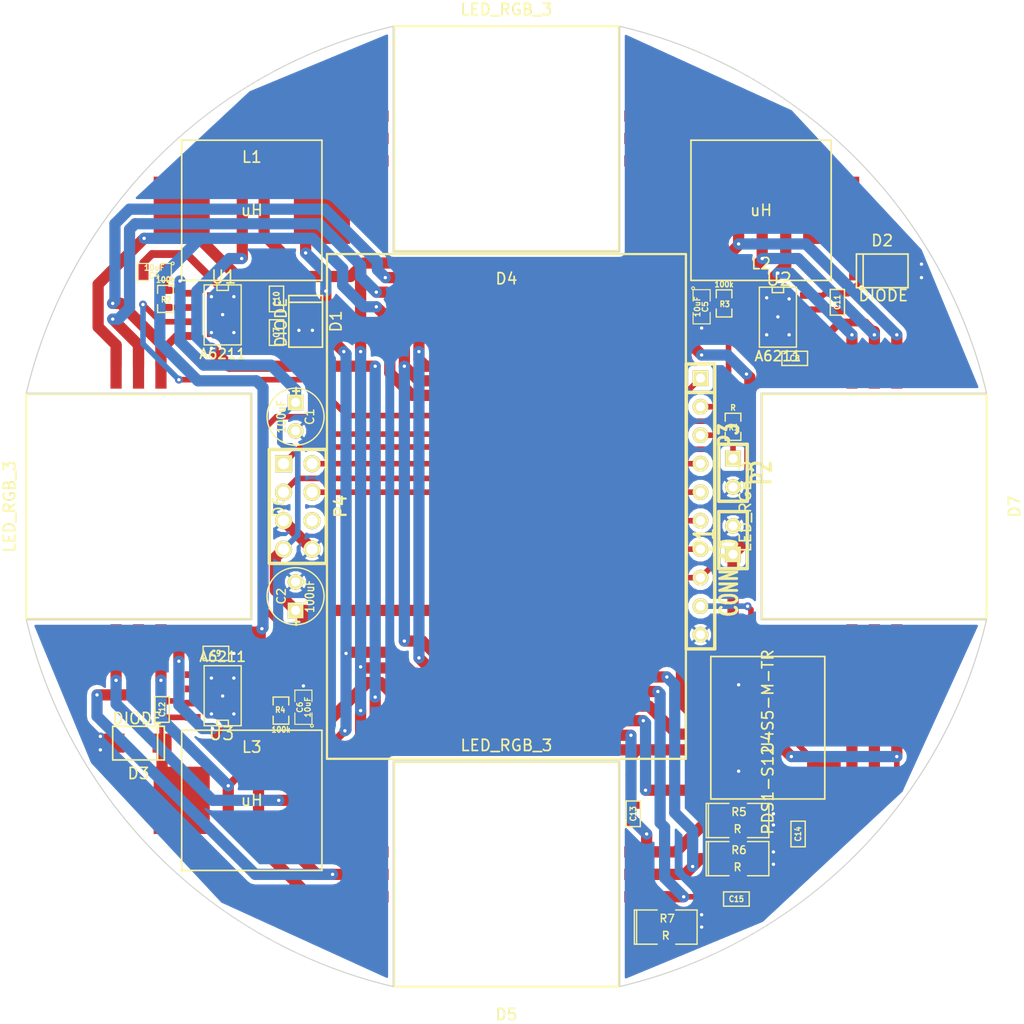
<source format=kicad_pcb>
(kicad_pcb (version 20171130) (host pcbnew "(5.1.12)-1")

  (general
    (thickness 1.6)
    (drawings 22)
    (tracks 625)
    (zones 0)
    (modules 39)
    (nets 30)
  )

  (page A3)
  (layers
    (0 F.Cu signal)
    (31 B.Cu signal)
    (32 B.Adhes user)
    (33 F.Adhes user)
    (34 B.Paste user)
    (35 F.Paste user)
    (36 B.SilkS user)
    (37 F.SilkS user)
    (38 B.Mask user)
    (39 F.Mask user)
    (40 Dwgs.User user)
    (41 Cmts.User user)
    (42 Eco1.User user)
    (43 Eco2.User user)
    (44 Edge.Cuts user)
  )

  (setup
    (last_trace_width 0.2)
    (user_trace_width 0.3)
    (user_trace_width 0.4)
    (user_trace_width 0.5)
    (user_trace_width 0.7)
    (user_trace_width 1)
    (user_trace_width 2)
    (trace_clearance 0.2)
    (zone_clearance 0.4)
    (zone_45_only no)
    (trace_min 0.2)
    (via_size 0.7)
    (via_drill 0.3)
    (via_min_size 0.7)
    (via_min_drill 0.3)
    (uvia_size 0.508)
    (uvia_drill 0.127)
    (uvias_allowed no)
    (uvia_min_size 0.508)
    (uvia_min_drill 0.127)
    (edge_width 0.1)
    (segment_width 0.2)
    (pcb_text_width 0.3)
    (pcb_text_size 1.5 1.5)
    (mod_edge_width 0.15)
    (mod_text_size 1 1)
    (mod_text_width 0.15)
    (pad_size 1.5 3)
    (pad_drill 0)
    (pad_to_mask_clearance 0)
    (aux_axis_origin 0 0)
    (visible_elements 7FFFFFFD)
    (pcbplotparams
      (layerselection 0x00030_ffffffff)
      (usegerberextensions true)
      (usegerberattributes true)
      (usegerberadvancedattributes true)
      (creategerberjobfile true)
      (excludeedgelayer true)
      (linewidth 0.150000)
      (plotframeref false)
      (viasonmask false)
      (mode 1)
      (useauxorigin false)
      (hpglpennumber 1)
      (hpglpenspeed 20)
      (hpglpendiameter 15.000000)
      (psnegative false)
      (psa4output false)
      (plotreference false)
      (plotvalue false)
      (plotinvisibletext false)
      (padsonsilk false)
      (subtractmaskfromsilk false)
      (outputformat 1)
      (mirror false)
      (drillshape 0)
      (scaleselection 1)
      (outputdirectory "gerbers/"))
  )

  (net 0 "")
  (net 1 /12V)
  (net 2 /3.3V)
  (net 3 /5V)
  (net 4 /GPIO0)
  (net 5 /GPIO12)
  (net 6 /GPIO13)
  (net 7 /GPIO14)
  (net 8 /GPIO15)
  (net 9 /GPIO16)
  (net 10 /GPIO2)
  (net 11 GND)
  (net 12 N-000001)
  (net 13 N-0000010)
  (net 14 N-0000011)
  (net 15 N-0000012)
  (net 16 N-0000018)
  (net 17 N-0000019)
  (net 18 N-000002)
  (net 19 N-0000020)
  (net 20 N-0000021)
  (net 21 N-0000022)
  (net 22 N-0000023)
  (net 23 N-000003)
  (net 24 N-000004)
  (net 25 N-000005)
  (net 26 N-000006)
  (net 27 N-000007)
  (net 28 N-000008)
  (net 29 N-000009)

  (net_class Default "This is the default net class."
    (clearance 0.2)
    (trace_width 0.2)
    (via_dia 0.7)
    (via_drill 0.3)
    (uvia_dia 0.508)
    (uvia_drill 0.127)
    (add_net /12V)
    (add_net /3.3V)
    (add_net /5V)
    (add_net /GPIO0)
    (add_net /GPIO12)
    (add_net /GPIO13)
    (add_net /GPIO14)
    (add_net /GPIO15)
    (add_net /GPIO16)
    (add_net /GPIO2)
    (add_net GND)
    (add_net N-000001)
    (add_net N-0000010)
    (add_net N-0000011)
    (add_net N-0000012)
    (add_net N-0000018)
    (add_net N-0000019)
    (add_net N-000002)
    (add_net N-0000020)
    (add_net N-0000021)
    (add_net N-0000022)
    (add_net N-0000023)
    (add_net N-000003)
    (add_net N-000004)
    (add_net N-000005)
    (add_net N-000006)
    (add_net N-000007)
    (add_net N-000008)
    (add_net N-000009)
  )

  (module SO8_WITH_EP (layer F.Cu) (tedit 4F33A7F1) (tstamp 55CA1507)
    (at 174.7 132.9 270)
    (descr "SO8 with exposed pad")
    (tags "SMD SO8")
    (path /55CA077A)
    (attr smd)
    (fp_text reference U1 (at -3.35026 -0.09906) (layer F.SilkS)
      (effects (font (size 1.143 1.143) (thickness 0.1524)))
    )
    (fp_text value A6211 (at 3.50012 0) (layer F.SilkS)
      (effects (font (size 0.889 0.889) (thickness 0.1524)))
    )
    (fp_line (start -2.159 0.508) (end -2.667 0.508) (layer F.SilkS) (width 0.127))
    (fp_line (start -2.159 -0.508) (end -2.159 0.508) (layer F.SilkS) (width 0.127))
    (fp_line (start -2.667 -0.508) (end -2.159 -0.508) (layer F.SilkS) (width 0.127))
    (fp_line (start -2.64922 -1.651) (end -2.64922 1.651) (layer F.SilkS) (width 0.127))
    (fp_line (start 2.70002 -1.651) (end 2.70002 1.651) (layer F.SilkS) (width 0.127))
    (fp_line (start -2.64922 -1.651) (end 2.70002 -1.651) (layer F.SilkS) (width 0.127))
    (fp_line (start 2.70002 1.651) (end -2.64922 1.651) (layer F.SilkS) (width 0.127))
    (pad 8 smd rect (at -1.905 -2.667 270) (size 0.59944 1.39954) (layers F.Cu F.Paste F.Mask)
      (net 29 N-000009))
    (pad 1 smd rect (at -1.905 2.667 270) (size 0.59944 1.39954) (layers F.Cu F.Paste F.Mask)
      (net 1 /12V))
    (pad 7 smd rect (at -0.635 -2.667 270) (size 0.59944 1.39954) (layers F.Cu F.Paste F.Mask)
      (net 28 N-000008))
    (pad 6 smd rect (at 0.635 -2.667 270) (size 0.59944 1.39954) (layers F.Cu F.Paste F.Mask)
      (net 11 GND))
    (pad 5 smd rect (at 1.905 -2.667 270) (size 0.59944 1.39954) (layers F.Cu F.Paste F.Mask)
      (net 16 N-0000018))
    (pad 2 smd rect (at -0.635 2.667 270) (size 0.59944 1.39954) (layers F.Cu F.Paste F.Mask)
      (net 19 N-0000020))
    (pad 3 smd rect (at 0.635 2.667 270) (size 0.59944 1.39954) (layers F.Cu F.Paste F.Mask)
      (net 7 /GPIO14))
    (pad 4 smd rect (at 1.905 2.667 270) (size 0.59944 1.39954) (layers F.Cu F.Paste F.Mask)
      (net 20 N-0000021))
    (pad 9 smd rect (at 0 0 270) (size 4.0005 2.79908) (layers F.Cu F.Paste F.Mask)
      (net 11 GND))
    (model smd/cms_so8.wrl
      (at (xyz 0 0 0))
      (scale (xyz 0.5 0.32 0.5))
      (rotate (xyz 0 0 0))
    )
  )

  (module SO8_WITH_EP (layer F.Cu) (tedit 4F33A7F1) (tstamp 55CA151B)
    (at 174.7 166.9 90)
    (descr "SO8 with exposed pad")
    (tags "SMD SO8")
    (path /55C9F4C6)
    (attr smd)
    (fp_text reference U3 (at -3.35026 -0.09906 180) (layer F.SilkS)
      (effects (font (size 1.143 1.143) (thickness 0.1524)))
    )
    (fp_text value A6211 (at 3.50012 0 180) (layer F.SilkS)
      (effects (font (size 0.889 0.889) (thickness 0.1524)))
    )
    (fp_line (start -2.159 0.508) (end -2.667 0.508) (layer F.SilkS) (width 0.127))
    (fp_line (start -2.159 -0.508) (end -2.159 0.508) (layer F.SilkS) (width 0.127))
    (fp_line (start -2.667 -0.508) (end -2.159 -0.508) (layer F.SilkS) (width 0.127))
    (fp_line (start -2.64922 -1.651) (end -2.64922 1.651) (layer F.SilkS) (width 0.127))
    (fp_line (start 2.70002 -1.651) (end 2.70002 1.651) (layer F.SilkS) (width 0.127))
    (fp_line (start -2.64922 -1.651) (end 2.70002 -1.651) (layer F.SilkS) (width 0.127))
    (fp_line (start 2.70002 1.651) (end -2.64922 1.651) (layer F.SilkS) (width 0.127))
    (pad 8 smd rect (at -1.905 -2.667 90) (size 0.59944 1.39954) (layers F.Cu F.Paste F.Mask)
      (net 14 N-0000011))
    (pad 1 smd rect (at -1.905 2.667 90) (size 0.59944 1.39954) (layers F.Cu F.Paste F.Mask)
      (net 1 /12V))
    (pad 7 smd rect (at -0.635 -2.667 90) (size 0.59944 1.39954) (layers F.Cu F.Paste F.Mask)
      (net 13 N-0000010))
    (pad 6 smd rect (at 0.635 -2.667 90) (size 0.59944 1.39954) (layers F.Cu F.Paste F.Mask)
      (net 11 GND))
    (pad 5 smd rect (at 1.905 -2.667 90) (size 0.59944 1.39954) (layers F.Cu F.Paste F.Mask)
      (net 25 N-000005))
    (pad 2 smd rect (at -0.635 2.667 90) (size 0.59944 1.39954) (layers F.Cu F.Paste F.Mask)
      (net 26 N-000006))
    (pad 3 smd rect (at 0.635 2.667 90) (size 0.59944 1.39954) (layers F.Cu F.Paste F.Mask)
      (net 6 /GPIO13))
    (pad 4 smd rect (at 1.905 2.667 90) (size 0.59944 1.39954) (layers F.Cu F.Paste F.Mask)
      (net 21 N-0000022))
    (pad 9 smd rect (at 0 0 90) (size 4.0005 2.79908) (layers F.Cu F.Paste F.Mask)
      (net 11 GND))
    (model smd/cms_so8.wrl
      (at (xyz 0 0 0))
      (scale (xyz 0.5 0.32 0.5))
      (rotate (xyz 0 0 0))
    )
  )

  (module SO8_WITH_EP (layer F.Cu) (tedit 4F33A7F1) (tstamp 55CA152F)
    (at 224.2 133.1 270)
    (descr "SO8 with exposed pad")
    (tags "SMD SO8")
    (path /55CA069B)
    (attr smd)
    (fp_text reference U2 (at -3.35026 -0.09906) (layer F.SilkS)
      (effects (font (size 1.143 1.143) (thickness 0.1524)))
    )
    (fp_text value A6211 (at 3.50012 0) (layer F.SilkS)
      (effects (font (size 0.889 0.889) (thickness 0.1524)))
    )
    (fp_line (start -2.159 0.508) (end -2.667 0.508) (layer F.SilkS) (width 0.127))
    (fp_line (start -2.159 -0.508) (end -2.159 0.508) (layer F.SilkS) (width 0.127))
    (fp_line (start -2.667 -0.508) (end -2.159 -0.508) (layer F.SilkS) (width 0.127))
    (fp_line (start -2.64922 -1.651) (end -2.64922 1.651) (layer F.SilkS) (width 0.127))
    (fp_line (start 2.70002 -1.651) (end 2.70002 1.651) (layer F.SilkS) (width 0.127))
    (fp_line (start -2.64922 -1.651) (end 2.70002 -1.651) (layer F.SilkS) (width 0.127))
    (fp_line (start 2.70002 1.651) (end -2.64922 1.651) (layer F.SilkS) (width 0.127))
    (pad 8 smd rect (at -1.905 -2.667 270) (size 0.59944 1.39954) (layers F.Cu F.Paste F.Mask)
      (net 23 N-000003))
    (pad 1 smd rect (at -1.905 2.667 270) (size 0.59944 1.39954) (layers F.Cu F.Paste F.Mask)
      (net 1 /12V))
    (pad 7 smd rect (at -0.635 -2.667 270) (size 0.59944 1.39954) (layers F.Cu F.Paste F.Mask)
      (net 18 N-000002))
    (pad 6 smd rect (at 0.635 -2.667 270) (size 0.59944 1.39954) (layers F.Cu F.Paste F.Mask)
      (net 11 GND))
    (pad 5 smd rect (at 1.905 -2.667 270) (size 0.59944 1.39954) (layers F.Cu F.Paste F.Mask)
      (net 27 N-000007))
    (pad 2 smd rect (at -0.635 2.667 270) (size 0.59944 1.39954) (layers F.Cu F.Paste F.Mask)
      (net 24 N-000004))
    (pad 3 smd rect (at 0.635 2.667 270) (size 0.59944 1.39954) (layers F.Cu F.Paste F.Mask)
      (net 5 /GPIO12))
    (pad 4 smd rect (at 1.905 2.667 270) (size 0.59944 1.39954) (layers F.Cu F.Paste F.Mask)
      (net 12 N-000001))
    (pad 9 smd rect (at 0 0 270) (size 4.0005 2.79908) (layers F.Cu F.Paste F.Mask)
      (net 11 GND))
    (model smd/cms_so8.wrl
      (at (xyz 0 0 0))
      (scale (xyz 0.5 0.32 0.5))
      (rotate (xyz 0 0 0))
    )
  )

  (module SM1210L (layer F.Cu) (tedit 51014C14) (tstamp 55CA153C)
    (at 214.2 187.5)
    (tags "CMS SM")
    (path /55C9FBF4)
    (attr smd)
    (fp_text reference R7 (at 0.127 -0.762) (layer F.SilkS)
      (effects (font (size 0.7 0.7) (thickness 0.127)))
    )
    (fp_text value R (at 0 0.762) (layer F.SilkS)
      (effects (font (size 0.7 0.7) (thickness 0.127)))
    )
    (fp_line (start -2.794 1.524) (end -0.762 1.524) (layer F.SilkS) (width 0.127))
    (fp_line (start -2.594 -1.524) (end -2.594 1.524) (layer F.SilkS) (width 0.127))
    (fp_line (start -0.762 -1.524) (end -2.794 -1.524) (layer F.SilkS) (width 0.127))
    (fp_line (start 2.794 -1.524) (end 0.889 -1.524) (layer F.SilkS) (width 0.127))
    (fp_line (start 2.794 1.524) (end 2.794 -1.524) (layer F.SilkS) (width 0.127))
    (fp_line (start 0.889 1.524) (end 2.794 1.524) (layer F.SilkS) (width 0.127))
    (fp_line (start -2.794 -1.524) (end -2.794 1.524) (layer F.SilkS) (width 0.127))
    (pad 1 smd rect (at -1.778 0) (size 1.778 2.794) (layers F.Cu F.Paste F.Mask)
      (net 20 N-0000021))
    (pad 2 smd rect (at 1.778 0) (size 1.778 2.794) (layers F.Cu F.Paste F.Mask)
      (net 11 GND))
    (model smd/chip_cms.wrl
      (at (xyz 0 0 0))
      (scale (xyz 0.2 0.2 0.2))
      (rotate (xyz 0 0 0))
    )
  )

  (module SM1210L (layer F.Cu) (tedit 51014C14) (tstamp 55CA1549)
    (at 220.6 181.4)
    (tags "CMS SM")
    (path /55C9FBEE)
    (attr smd)
    (fp_text reference R6 (at 0.127 -0.762) (layer F.SilkS)
      (effects (font (size 0.7 0.7) (thickness 0.127)))
    )
    (fp_text value R (at 0 0.762) (layer F.SilkS)
      (effects (font (size 0.7 0.7) (thickness 0.127)))
    )
    (fp_line (start -2.794 1.524) (end -0.762 1.524) (layer F.SilkS) (width 0.127))
    (fp_line (start -2.594 -1.524) (end -2.594 1.524) (layer F.SilkS) (width 0.127))
    (fp_line (start -0.762 -1.524) (end -2.794 -1.524) (layer F.SilkS) (width 0.127))
    (fp_line (start 2.794 -1.524) (end 0.889 -1.524) (layer F.SilkS) (width 0.127))
    (fp_line (start 2.794 1.524) (end 2.794 -1.524) (layer F.SilkS) (width 0.127))
    (fp_line (start 0.889 1.524) (end 2.794 1.524) (layer F.SilkS) (width 0.127))
    (fp_line (start -2.794 -1.524) (end -2.794 1.524) (layer F.SilkS) (width 0.127))
    (pad 1 smd rect (at -1.778 0) (size 1.778 2.794) (layers F.Cu F.Paste F.Mask)
      (net 12 N-000001))
    (pad 2 smd rect (at 1.778 0) (size 1.778 2.794) (layers F.Cu F.Paste F.Mask)
      (net 11 GND))
    (model smd/chip_cms.wrl
      (at (xyz 0 0 0))
      (scale (xyz 0.2 0.2 0.2))
      (rotate (xyz 0 0 0))
    )
  )

  (module SM1210L (layer F.Cu) (tedit 51014C14) (tstamp 55CA1556)
    (at 220.6 178)
    (tags "CMS SM")
    (path /55C9FBE1)
    (attr smd)
    (fp_text reference R5 (at 0.127 -0.762) (layer F.SilkS)
      (effects (font (size 0.7 0.7) (thickness 0.127)))
    )
    (fp_text value R (at 0 0.762) (layer F.SilkS)
      (effects (font (size 0.7 0.7) (thickness 0.127)))
    )
    (fp_line (start -2.794 1.524) (end -0.762 1.524) (layer F.SilkS) (width 0.127))
    (fp_line (start -2.594 -1.524) (end -2.594 1.524) (layer F.SilkS) (width 0.127))
    (fp_line (start -0.762 -1.524) (end -2.794 -1.524) (layer F.SilkS) (width 0.127))
    (fp_line (start 2.794 -1.524) (end 0.889 -1.524) (layer F.SilkS) (width 0.127))
    (fp_line (start 2.794 1.524) (end 2.794 -1.524) (layer F.SilkS) (width 0.127))
    (fp_line (start 0.889 1.524) (end 2.794 1.524) (layer F.SilkS) (width 0.127))
    (fp_line (start -2.794 -1.524) (end -2.794 1.524) (layer F.SilkS) (width 0.127))
    (pad 1 smd rect (at -1.778 0) (size 1.778 2.794) (layers F.Cu F.Paste F.Mask)
      (net 21 N-0000022))
    (pad 2 smd rect (at 1.778 0) (size 1.778 2.794) (layers F.Cu F.Paste F.Mask)
      (net 11 GND))
    (model smd/chip_cms.wrl
      (at (xyz 0 0 0))
      (scale (xyz 0.2 0.2 0.2))
      (rotate (xyz 0 0 0))
    )
  )

  (module SM0805 (layer F.Cu) (tedit 5091495C) (tstamp 55CA156D)
    (at 217.4 132.2 270)
    (path /55CA06D8)
    (attr smd)
    (fp_text reference C5 (at 0 -0.3175 270) (layer F.SilkS)
      (effects (font (size 0.50038 0.50038) (thickness 0.10922)))
    )
    (fp_text value 10uF (at 0 0.381 270) (layer F.SilkS)
      (effects (font (size 0.50038 0.50038) (thickness 0.10922)))
    )
    (fp_line (start 1.524 0.762) (end 0.508 0.762) (layer F.SilkS) (width 0.09906))
    (fp_line (start 1.524 -0.762) (end 1.524 0.762) (layer F.SilkS) (width 0.09906))
    (fp_line (start 0.508 -0.762) (end 1.524 -0.762) (layer F.SilkS) (width 0.09906))
    (fp_line (start -1.524 -0.762) (end -0.508 -0.762) (layer F.SilkS) (width 0.09906))
    (fp_line (start -1.524 0.762) (end -1.524 -0.762) (layer F.SilkS) (width 0.09906))
    (fp_line (start -0.508 0.762) (end -1.524 0.762) (layer F.SilkS) (width 0.09906))
    (fp_circle (center -1.651 0.762) (end -1.651 0.635) (layer F.SilkS) (width 0.09906))
    (pad 1 smd rect (at -0.9525 0 270) (size 0.889 1.397) (layers F.Cu F.Paste F.Mask)
      (net 1 /12V))
    (pad 2 smd rect (at 0.9525 0 270) (size 0.889 1.397) (layers F.Cu F.Paste F.Mask)
      (net 11 GND))
    (model smd/chip_cms.wrl
      (at (xyz 0 0 0))
      (scale (xyz 0.1 0.1 0.1))
      (rotate (xyz 0 0 0))
    )
  )

  (module SM0805 (layer F.Cu) (tedit 5091495C) (tstamp 55CA157A)
    (at 181.9 167.9 90)
    (path /55CA0224)
    (attr smd)
    (fp_text reference C6 (at 0 -0.3175 90) (layer F.SilkS)
      (effects (font (size 0.50038 0.50038) (thickness 0.10922)))
    )
    (fp_text value 10uF (at 0 0.381 90) (layer F.SilkS)
      (effects (font (size 0.50038 0.50038) (thickness 0.10922)))
    )
    (fp_line (start 1.524 0.762) (end 0.508 0.762) (layer F.SilkS) (width 0.09906))
    (fp_line (start 1.524 -0.762) (end 1.524 0.762) (layer F.SilkS) (width 0.09906))
    (fp_line (start 0.508 -0.762) (end 1.524 -0.762) (layer F.SilkS) (width 0.09906))
    (fp_line (start -1.524 -0.762) (end -0.508 -0.762) (layer F.SilkS) (width 0.09906))
    (fp_line (start -1.524 0.762) (end -1.524 -0.762) (layer F.SilkS) (width 0.09906))
    (fp_line (start -0.508 0.762) (end -1.524 0.762) (layer F.SilkS) (width 0.09906))
    (fp_circle (center -1.651 0.762) (end -1.651 0.635) (layer F.SilkS) (width 0.09906))
    (pad 1 smd rect (at -0.9525 0 90) (size 0.889 1.397) (layers F.Cu F.Paste F.Mask)
      (net 1 /12V))
    (pad 2 smd rect (at 0.9525 0 90) (size 0.889 1.397) (layers F.Cu F.Paste F.Mask)
      (net 11 GND))
    (model smd/chip_cms.wrl
      (at (xyz 0 0 0))
      (scale (xyz 0.1 0.1 0.1))
      (rotate (xyz 0 0 0))
    )
  )

  (module SM0805 (layer F.Cu) (tedit 5091495C) (tstamp 55CA1587)
    (at 168.6 129.1 180)
    (path /55CA07B7)
    (attr smd)
    (fp_text reference C4 (at 0 -0.3175 180) (layer F.SilkS)
      (effects (font (size 0.50038 0.50038) (thickness 0.10922)))
    )
    (fp_text value 10uF (at 0 0.381 180) (layer F.SilkS)
      (effects (font (size 0.50038 0.50038) (thickness 0.10922)))
    )
    (fp_line (start 1.524 0.762) (end 0.508 0.762) (layer F.SilkS) (width 0.09906))
    (fp_line (start 1.524 -0.762) (end 1.524 0.762) (layer F.SilkS) (width 0.09906))
    (fp_line (start 0.508 -0.762) (end 1.524 -0.762) (layer F.SilkS) (width 0.09906))
    (fp_line (start -1.524 -0.762) (end -0.508 -0.762) (layer F.SilkS) (width 0.09906))
    (fp_line (start -1.524 0.762) (end -1.524 -0.762) (layer F.SilkS) (width 0.09906))
    (fp_line (start -0.508 0.762) (end -1.524 0.762) (layer F.SilkS) (width 0.09906))
    (fp_circle (center -1.651 0.762) (end -1.651 0.635) (layer F.SilkS) (width 0.09906))
    (pad 1 smd rect (at -0.9525 0 180) (size 0.889 1.397) (layers F.Cu F.Paste F.Mask)
      (net 1 /12V))
    (pad 2 smd rect (at 0.9525 0 180) (size 0.889 1.397) (layers F.Cu F.Paste F.Mask)
      (net 11 GND))
    (model smd/chip_cms.wrl
      (at (xyz 0 0 0))
      (scale (xyz 0.1 0.1 0.1))
      (rotate (xyz 0 0 0))
    )
  )

  (module SM0603_Resistor (layer F.Cu) (tedit 5051B21B) (tstamp 55CA1593)
    (at 169.6 131.5 270)
    (path /55CA07AA)
    (attr smd)
    (fp_text reference R2 (at 0.0635 -0.0635) (layer F.SilkS)
      (effects (font (size 0.50038 0.4572) (thickness 0.1143)))
    )
    (fp_text value 100k (at -1.69926 0) (layer F.SilkS)
      (effects (font (size 0.508 0.4572) (thickness 0.1143)))
    )
    (fp_line (start 1.2065 0.6985) (end 0.50038 0.6985) (layer F.SilkS) (width 0.127))
    (fp_line (start 1.2065 -0.6985) (end 1.2065 0.6985) (layer F.SilkS) (width 0.127))
    (fp_line (start 1.2065 -0.6985) (end 0.50038 -0.6985) (layer F.SilkS) (width 0.127))
    (fp_line (start -1.2065 0.6985) (end -0.50038 0.6985) (layer F.SilkS) (width 0.127))
    (fp_line (start -1.2065 -0.6985) (end -1.2065 0.6985) (layer F.SilkS) (width 0.127))
    (fp_line (start -0.50038 -0.6985) (end -1.2065 -0.6985) (layer F.SilkS) (width 0.127))
    (pad 1 smd rect (at -0.762 0 270) (size 0.635 1.143) (layers F.Cu F.Paste F.Mask)
      (net 1 /12V))
    (pad 2 smd rect (at 0.762 0 270) (size 0.635 1.143) (layers F.Cu F.Paste F.Mask)
      (net 19 N-0000020))
    (model smd\resistors\R0603.wrl
      (offset (xyz 0 0 0.02539999961853028))
      (scale (xyz 0.5 0.5 0.5))
      (rotate (xyz 0 0 0))
    )
  )

  (module SM0603_Resistor (layer F.Cu) (tedit 5051B21B) (tstamp 55CA159F)
    (at 219.4 131.9 270)
    (path /55CA06CB)
    (attr smd)
    (fp_text reference R3 (at 0.0635 -0.0635) (layer F.SilkS)
      (effects (font (size 0.50038 0.4572) (thickness 0.1143)))
    )
    (fp_text value 100k (at -1.69926 0) (layer F.SilkS)
      (effects (font (size 0.508 0.4572) (thickness 0.1143)))
    )
    (fp_line (start 1.2065 0.6985) (end 0.50038 0.6985) (layer F.SilkS) (width 0.127))
    (fp_line (start 1.2065 -0.6985) (end 1.2065 0.6985) (layer F.SilkS) (width 0.127))
    (fp_line (start 1.2065 -0.6985) (end 0.50038 -0.6985) (layer F.SilkS) (width 0.127))
    (fp_line (start -1.2065 0.6985) (end -0.50038 0.6985) (layer F.SilkS) (width 0.127))
    (fp_line (start -1.2065 -0.6985) (end -1.2065 0.6985) (layer F.SilkS) (width 0.127))
    (fp_line (start -0.50038 -0.6985) (end -1.2065 -0.6985) (layer F.SilkS) (width 0.127))
    (pad 1 smd rect (at -0.762 0 270) (size 0.635 1.143) (layers F.Cu F.Paste F.Mask)
      (net 1 /12V))
    (pad 2 smd rect (at 0.762 0 270) (size 0.635 1.143) (layers F.Cu F.Paste F.Mask)
      (net 24 N-000004))
    (model smd\resistors\R0603.wrl
      (offset (xyz 0 0 0.02539999961853028))
      (scale (xyz 0.5 0.5 0.5))
      (rotate (xyz 0 0 0))
    )
  )

  (module SM0603_Resistor (layer F.Cu) (tedit 5051B21B) (tstamp 55CA15AB)
    (at 220.2 142.9 270)
    (path /55C9F02F)
    (attr smd)
    (fp_text reference R1 (at 0.0635 -0.0635) (layer F.SilkS)
      (effects (font (size 0.50038 0.4572) (thickness 0.1143)))
    )
    (fp_text value R (at -1.69926 0) (layer F.SilkS)
      (effects (font (size 0.508 0.4572) (thickness 0.1143)))
    )
    (fp_line (start 1.2065 0.6985) (end 0.50038 0.6985) (layer F.SilkS) (width 0.127))
    (fp_line (start 1.2065 -0.6985) (end 1.2065 0.6985) (layer F.SilkS) (width 0.127))
    (fp_line (start 1.2065 -0.6985) (end 0.50038 -0.6985) (layer F.SilkS) (width 0.127))
    (fp_line (start -1.2065 0.6985) (end -0.50038 0.6985) (layer F.SilkS) (width 0.127))
    (fp_line (start -1.2065 -0.6985) (end -1.2065 0.6985) (layer F.SilkS) (width 0.127))
    (fp_line (start -0.50038 -0.6985) (end -1.2065 -0.6985) (layer F.SilkS) (width 0.127))
    (pad 1 smd rect (at -0.762 0 270) (size 0.635 1.143) (layers F.Cu F.Paste F.Mask)
      (net 2 /3.3V))
    (pad 2 smd rect (at 0.762 0 270) (size 0.635 1.143) (layers F.Cu F.Paste F.Mask)
      (net 9 /GPIO16))
    (model smd\resistors\R0603.wrl
      (offset (xyz 0 0 0.02539999961853028))
      (scale (xyz 0.5 0.5 0.5))
      (rotate (xyz 0 0 0))
    )
  )

  (module SM0603_Resistor (layer F.Cu) (tedit 5051B21B) (tstamp 55CA15B7)
    (at 179.9 168.2 90)
    (path /55CA011F)
    (attr smd)
    (fp_text reference R4 (at 0.0635 -0.0635 180) (layer F.SilkS)
      (effects (font (size 0.50038 0.4572) (thickness 0.1143)))
    )
    (fp_text value 100k (at -1.69926 0 180) (layer F.SilkS)
      (effects (font (size 0.508 0.4572) (thickness 0.1143)))
    )
    (fp_line (start 1.2065 0.6985) (end 0.50038 0.6985) (layer F.SilkS) (width 0.127))
    (fp_line (start 1.2065 -0.6985) (end 1.2065 0.6985) (layer F.SilkS) (width 0.127))
    (fp_line (start 1.2065 -0.6985) (end 0.50038 -0.6985) (layer F.SilkS) (width 0.127))
    (fp_line (start -1.2065 0.6985) (end -0.50038 0.6985) (layer F.SilkS) (width 0.127))
    (fp_line (start -1.2065 -0.6985) (end -1.2065 0.6985) (layer F.SilkS) (width 0.127))
    (fp_line (start -0.50038 -0.6985) (end -1.2065 -0.6985) (layer F.SilkS) (width 0.127))
    (pad 1 smd rect (at -0.762 0 90) (size 0.635 1.143) (layers F.Cu F.Paste F.Mask)
      (net 1 /12V))
    (pad 2 smd rect (at 0.762 0 90) (size 0.635 1.143) (layers F.Cu F.Paste F.Mask)
      (net 26 N-000006))
    (model smd\resistors\R0603.wrl
      (offset (xyz 0 0 0.02539999961853028))
      (scale (xyz 0.5 0.5 0.5))
      (rotate (xyz 0 0 0))
    )
  )

  (module SM0603 (layer F.Cu) (tedit 4E43A3D1) (tstamp 55CA732C)
    (at 211.3 177.4 270)
    (path /55CA051D)
    (attr smd)
    (fp_text reference C13 (at 0 0 270) (layer F.SilkS)
      (effects (font (size 0.508 0.4572) (thickness 0.1143)))
    )
    (fp_text value 1uF (at 0 0 270) (layer F.SilkS) hide
      (effects (font (size 0.508 0.4572) (thickness 0.1143)))
    )
    (fp_line (start -1.143 0.635) (end -1.143 -0.635) (layer F.SilkS) (width 0.127))
    (fp_line (start 1.143 0.635) (end -1.143 0.635) (layer F.SilkS) (width 0.127))
    (fp_line (start 1.143 -0.635) (end 1.143 0.635) (layer F.SilkS) (width 0.127))
    (fp_line (start -1.143 -0.635) (end 1.143 -0.635) (layer F.SilkS) (width 0.127))
    (pad 1 smd rect (at -0.762 0 270) (size 0.635 1.143) (layers F.Cu F.Paste F.Mask)
      (net 15 N-0000012))
    (pad 2 smd rect (at 0.762 0 270) (size 0.635 1.143) (layers F.Cu F.Paste F.Mask)
      (net 21 N-0000022))
    (model smd\resistors\R0603.wrl
      (offset (xyz 0 0 0.02539999961853028))
      (scale (xyz 0.5 0.5 0.5))
      (rotate (xyz 0 0 0))
    )
  )

  (module SM0603 (layer F.Cu) (tedit 4E43A3D1) (tstamp 55CA15CB)
    (at 226 179.2 270)
    (path /55CA0517)
    (attr smd)
    (fp_text reference C14 (at 0 0 270) (layer F.SilkS)
      (effects (font (size 0.508 0.4572) (thickness 0.1143)))
    )
    (fp_text value 1uF (at 0 0 270) (layer F.SilkS) hide
      (effects (font (size 0.508 0.4572) (thickness 0.1143)))
    )
    (fp_line (start -1.143 0.635) (end -1.143 -0.635) (layer F.SilkS) (width 0.127))
    (fp_line (start 1.143 0.635) (end -1.143 0.635) (layer F.SilkS) (width 0.127))
    (fp_line (start 1.143 -0.635) (end 1.143 0.635) (layer F.SilkS) (width 0.127))
    (fp_line (start -1.143 -0.635) (end 1.143 -0.635) (layer F.SilkS) (width 0.127))
    (pad 1 smd rect (at -0.762 0 270) (size 0.635 1.143) (layers F.Cu F.Paste F.Mask)
      (net 22 N-0000023))
    (pad 2 smd rect (at 0.762 0 270) (size 0.635 1.143) (layers F.Cu F.Paste F.Mask)
      (net 12 N-000001))
    (model smd\resistors\R0603.wrl
      (offset (xyz 0 0 0.02539999961853028))
      (scale (xyz 0.5 0.5 0.5))
      (rotate (xyz 0 0 0))
    )
  )

  (module SM0603 (layer F.Cu) (tedit 4E43A3D1) (tstamp 55CA15D5)
    (at 229.5 131.8 90)
    (path /55CA06B7)
    (attr smd)
    (fp_text reference C11 (at 0 0 90) (layer F.SilkS)
      (effects (font (size 0.508 0.4572) (thickness 0.1143)))
    )
    (fp_text value 100nF (at 0 0 90) (layer F.SilkS) hide
      (effects (font (size 0.508 0.4572) (thickness 0.1143)))
    )
    (fp_line (start -1.143 0.635) (end -1.143 -0.635) (layer F.SilkS) (width 0.127))
    (fp_line (start 1.143 0.635) (end -1.143 0.635) (layer F.SilkS) (width 0.127))
    (fp_line (start 1.143 -0.635) (end 1.143 0.635) (layer F.SilkS) (width 0.127))
    (fp_line (start -1.143 -0.635) (end 1.143 -0.635) (layer F.SilkS) (width 0.127))
    (pad 1 smd rect (at -0.762 0 90) (size 0.635 1.143) (layers F.Cu F.Paste F.Mask)
      (net 18 N-000002))
    (pad 2 smd rect (at 0.762 0 90) (size 0.635 1.143) (layers F.Cu F.Paste F.Mask)
      (net 23 N-000003))
    (model smd\resistors\R0603.wrl
      (offset (xyz 0 0 0.02539999961853028))
      (scale (xyz 0.5 0.5 0.5))
      (rotate (xyz 0 0 0))
    )
  )

  (module SM0603 (layer F.Cu) (tedit 4E43A3D1) (tstamp 55CA15DF)
    (at 179.5 131.5 90)
    (path /55CA0796)
    (attr smd)
    (fp_text reference C10 (at 0 0 90) (layer F.SilkS)
      (effects (font (size 0.508 0.4572) (thickness 0.1143)))
    )
    (fp_text value 100nF (at 0 0 90) (layer F.SilkS) hide
      (effects (font (size 0.508 0.4572) (thickness 0.1143)))
    )
    (fp_line (start -1.143 0.635) (end -1.143 -0.635) (layer F.SilkS) (width 0.127))
    (fp_line (start 1.143 0.635) (end -1.143 0.635) (layer F.SilkS) (width 0.127))
    (fp_line (start 1.143 -0.635) (end 1.143 0.635) (layer F.SilkS) (width 0.127))
    (fp_line (start -1.143 -0.635) (end 1.143 -0.635) (layer F.SilkS) (width 0.127))
    (pad 1 smd rect (at -0.762 0 90) (size 0.635 1.143) (layers F.Cu F.Paste F.Mask)
      (net 28 N-000008))
    (pad 2 smd rect (at 0.762 0 90) (size 0.635 1.143) (layers F.Cu F.Paste F.Mask)
      (net 29 N-000009))
    (model smd\resistors\R0603.wrl
      (offset (xyz 0 0 0.02539999961853028))
      (scale (xyz 0.5 0.5 0.5))
      (rotate (xyz 0 0 0))
    )
  )

  (module SM0603 (layer F.Cu) (tedit 4E43A3D1) (tstamp 55CA15E9)
    (at 174.1 163.1)
    (path /55CA0422)
    (attr smd)
    (fp_text reference C9 (at 0 0) (layer F.SilkS)
      (effects (font (size 0.508 0.4572) (thickness 0.1143)))
    )
    (fp_text value 100nF (at 0 0) (layer F.SilkS) hide
      (effects (font (size 0.508 0.4572) (thickness 0.1143)))
    )
    (fp_line (start -1.143 0.635) (end -1.143 -0.635) (layer F.SilkS) (width 0.127))
    (fp_line (start 1.143 0.635) (end -1.143 0.635) (layer F.SilkS) (width 0.127))
    (fp_line (start 1.143 -0.635) (end 1.143 0.635) (layer F.SilkS) (width 0.127))
    (fp_line (start -1.143 -0.635) (end 1.143 -0.635) (layer F.SilkS) (width 0.127))
    (pad 1 smd rect (at -0.762 0) (size 0.635 1.143) (layers F.Cu F.Paste F.Mask)
      (net 25 N-000005))
    (pad 2 smd rect (at 0.762 0) (size 0.635 1.143) (layers F.Cu F.Paste F.Mask)
      (net 11 GND))
    (model smd\resistors\R0603.wrl
      (offset (xyz 0 0 0.02539999961853028))
      (scale (xyz 0.5 0.5 0.5))
      (rotate (xyz 0 0 0))
    )
  )

  (module SM0603 (layer F.Cu) (tedit 4E43A3D1) (tstamp 55CA15F3)
    (at 225.7 136.8 180)
    (path /55CA06F6)
    (attr smd)
    (fp_text reference C8 (at 0 0 180) (layer F.SilkS)
      (effects (font (size 0.508 0.4572) (thickness 0.1143)))
    )
    (fp_text value 100nF (at 0 0 180) (layer F.SilkS) hide
      (effects (font (size 0.508 0.4572) (thickness 0.1143)))
    )
    (fp_line (start -1.143 0.635) (end -1.143 -0.635) (layer F.SilkS) (width 0.127))
    (fp_line (start 1.143 0.635) (end -1.143 0.635) (layer F.SilkS) (width 0.127))
    (fp_line (start 1.143 -0.635) (end 1.143 0.635) (layer F.SilkS) (width 0.127))
    (fp_line (start -1.143 -0.635) (end 1.143 -0.635) (layer F.SilkS) (width 0.127))
    (pad 1 smd rect (at -0.762 0 180) (size 0.635 1.143) (layers F.Cu F.Paste F.Mask)
      (net 27 N-000007))
    (pad 2 smd rect (at 0.762 0 180) (size 0.635 1.143) (layers F.Cu F.Paste F.Mask)
      (net 11 GND))
    (model smd\resistors\R0603.wrl
      (offset (xyz 0 0 0.02539999961853028))
      (scale (xyz 0.5 0.5 0.5))
      (rotate (xyz 0 0 0))
    )
  )

  (module SM0603 (layer F.Cu) (tedit 4E43A3D1) (tstamp 55CA15FD)
    (at 169.3 168.1 270)
    (path /55C9F56A)
    (attr smd)
    (fp_text reference C12 (at 0 0 270) (layer F.SilkS)
      (effects (font (size 0.508 0.4572) (thickness 0.1143)))
    )
    (fp_text value 100nF (at 0 0 270) (layer F.SilkS) hide
      (effects (font (size 0.508 0.4572) (thickness 0.1143)))
    )
    (fp_line (start -1.143 0.635) (end -1.143 -0.635) (layer F.SilkS) (width 0.127))
    (fp_line (start 1.143 0.635) (end -1.143 0.635) (layer F.SilkS) (width 0.127))
    (fp_line (start 1.143 -0.635) (end 1.143 0.635) (layer F.SilkS) (width 0.127))
    (fp_line (start -1.143 -0.635) (end 1.143 -0.635) (layer F.SilkS) (width 0.127))
    (pad 1 smd rect (at -0.762 0 270) (size 0.635 1.143) (layers F.Cu F.Paste F.Mask)
      (net 13 N-0000010))
    (pad 2 smd rect (at 0.762 0 270) (size 0.635 1.143) (layers F.Cu F.Paste F.Mask)
      (net 14 N-0000011))
    (model smd\resistors\R0603.wrl
      (offset (xyz 0 0 0.02539999961853028))
      (scale (xyz 0.5 0.5 0.5))
      (rotate (xyz 0 0 0))
    )
  )

  (module SM0603 (layer F.Cu) (tedit 4E43A3D1) (tstamp 55CA1607)
    (at 179.5 134.5 90)
    (path /55CA07D5)
    (attr smd)
    (fp_text reference C7 (at 0 0 90) (layer F.SilkS)
      (effects (font (size 0.508 0.4572) (thickness 0.1143)))
    )
    (fp_text value 100nF (at 0 0 90) (layer F.SilkS) hide
      (effects (font (size 0.508 0.4572) (thickness 0.1143)))
    )
    (fp_line (start -1.143 0.635) (end -1.143 -0.635) (layer F.SilkS) (width 0.127))
    (fp_line (start 1.143 0.635) (end -1.143 0.635) (layer F.SilkS) (width 0.127))
    (fp_line (start 1.143 -0.635) (end 1.143 0.635) (layer F.SilkS) (width 0.127))
    (fp_line (start -1.143 -0.635) (end 1.143 -0.635) (layer F.SilkS) (width 0.127))
    (pad 1 smd rect (at -0.762 0 90) (size 0.635 1.143) (layers F.Cu F.Paste F.Mask)
      (net 16 N-0000018))
    (pad 2 smd rect (at 0.762 0 90) (size 0.635 1.143) (layers F.Cu F.Paste F.Mask)
      (net 11 GND))
    (model smd\resistors\R0603.wrl
      (offset (xyz 0 0 0.02539999961853028))
      (scale (xyz 0.5 0.5 0.5))
      (rotate (xyz 0 0 0))
    )
  )

  (module SIL-2 (layer F.Cu) (tedit 200000) (tstamp 55CA1611)
    (at 220.2 153 90)
    (descr "Connecteurs 2 pins")
    (tags "CONN DEV")
    (path /55C9F069)
    (fp_text reference P1 (at 0 -2.54 90) (layer F.SilkS)
      (effects (font (size 1.72974 1.08712) (thickness 0.3048)))
    )
    (fp_text value CONN_2 (at 0 -2.54 90) (layer F.SilkS) hide
      (effects (font (size 1.524 1.016) (thickness 0.3048)))
    )
    (fp_line (start 2.54 1.27) (end -2.54 1.27) (layer F.SilkS) (width 0.3048))
    (fp_line (start 2.54 -1.27) (end 2.54 1.27) (layer F.SilkS) (width 0.3048))
    (fp_line (start -2.54 -1.27) (end 2.54 -1.27) (layer F.SilkS) (width 0.3048))
    (fp_line (start -2.54 1.27) (end -2.54 -1.27) (layer F.SilkS) (width 0.3048))
    (pad 1 thru_hole rect (at -1.27 0 90) (size 1.397 1.397) (drill 0.8128) (layers *.Cu *.Mask F.SilkS)
      (net 1 /12V))
    (pad 2 thru_hole circle (at 1.27 0 90) (size 1.397 1.397) (drill 0.8128) (layers *.Cu *.Mask F.SilkS)
      (net 11 GND))
  )

  (module SIL-2 (layer F.Cu) (tedit 200000) (tstamp 55CA161B)
    (at 220.2 147 270)
    (descr "Connecteurs 2 pins")
    (tags "CONN DEV")
    (path /55C9EFF1)
    (fp_text reference P2 (at 0 -2.54 270) (layer F.SilkS)
      (effects (font (size 1.72974 1.08712) (thickness 0.3048)))
    )
    (fp_text value CONN_2 (at 0 -2.54 270) (layer F.SilkS) hide
      (effects (font (size 1.524 1.016) (thickness 0.3048)))
    )
    (fp_line (start 2.54 1.27) (end -2.54 1.27) (layer F.SilkS) (width 0.3048))
    (fp_line (start 2.54 -1.27) (end 2.54 1.27) (layer F.SilkS) (width 0.3048))
    (fp_line (start -2.54 -1.27) (end 2.54 -1.27) (layer F.SilkS) (width 0.3048))
    (fp_line (start -2.54 1.27) (end -2.54 -1.27) (layer F.SilkS) (width 0.3048))
    (pad 1 thru_hole rect (at -1.27 0 270) (size 1.397 1.397) (drill 0.8128) (layers *.Cu *.Mask F.SilkS)
      (net 9 /GPIO16))
    (pad 2 thru_hole circle (at 1.27 0 270) (size 1.397 1.397) (drill 0.8128) (layers *.Cu *.Mask F.SilkS)
      (net 11 GND))
  )

  (module SIL-10 locked (layer F.Cu) (tedit 200000) (tstamp 55CA162E)
    (at 217.3 150 270)
    (descr "Connecteur 10 pins")
    (tags "CONN DEV")
    (path /55C9EEE4)
    (fp_text reference P3 (at -6.35 -2.54 270) (layer F.SilkS)
      (effects (font (size 1.72974 1.08712) (thickness 0.3048)))
    )
    (fp_text value CONN_10 (at 6.35 -2.54 270) (layer F.SilkS)
      (effects (font (size 1.524 1.016) (thickness 0.3048)))
    )
    (fp_line (start -10.16 1.27) (end -10.16 -1.27) (layer F.SilkS) (width 0.3048))
    (fp_line (start 12.7 1.27) (end -12.7 1.27) (layer F.SilkS) (width 0.3048))
    (fp_line (start 12.7 -1.27) (end 12.7 1.27) (layer F.SilkS) (width 0.3048))
    (fp_line (start -12.7 -1.27) (end 12.7 -1.27) (layer F.SilkS) (width 0.3048))
    (fp_line (start -12.7 1.27) (end -12.7 -1.27) (layer F.SilkS) (width 0.3048))
    (pad 1 thru_hole rect (at -11.43 0 270) (size 1.397 1.397) (drill 0.8128) (layers *.Cu *.Mask F.SilkS)
      (net 7 /GPIO14))
    (pad 2 thru_hole circle (at -8.89 0 270) (size 1.397 1.397) (drill 0.8128) (layers *.Cu *.Mask F.SilkS)
      (net 5 /GPIO12))
    (pad 3 thru_hole circle (at -6.35 0 270) (size 1.397 1.397) (drill 0.8128) (layers *.Cu *.Mask F.SilkS)
      (net 9 /GPIO16))
    (pad 4 thru_hole circle (at -3.81 0 270) (size 1.397 1.397) (drill 0.8128) (layers *.Cu *.Mask F.SilkS)
      (net 6 /GPIO13))
    (pad 5 thru_hole circle (at -1.27 0 270) (size 1.397 1.397) (drill 0.8128) (layers *.Cu *.Mask F.SilkS)
      (net 8 /GPIO15))
    (pad 6 thru_hole circle (at 1.27 0 270) (size 1.397 1.397) (drill 0.8128) (layers *.Cu *.Mask F.SilkS)
      (net 10 /GPIO2))
    (pad 7 thru_hole circle (at 3.81 0 270) (size 1.397 1.397) (drill 0.8128) (layers *.Cu *.Mask F.SilkS)
      (net 4 /GPIO0))
    (pad 8 thru_hole circle (at 6.35 0 270) (size 1.397 1.397) (drill 0.8128) (layers *.Cu *.Mask F.SilkS)
      (net 2 /3.3V))
    (pad 9 thru_hole circle (at 8.89 0 270) (size 1.397 1.397) (drill 0.8128) (layers *.Cu *.Mask F.SilkS)
      (net 3 /5V))
    (pad 10 thru_hole circle (at 11.43 0 270) (size 1.397 1.397) (drill 0.8128) (layers *.Cu *.Mask F.SilkS)
      (net 11 GND))
  )

  (module pin_array_4x2 locked (layer F.Cu) (tedit 3FAB90E6) (tstamp 55CA167A)
    (at 181.4 150 270)
    (descr "Double rangee de contacts 2 x 4 pins")
    (tags CONN)
    (path /55CA290C)
    (fp_text reference P4 (at 0 -3.81 270) (layer F.SilkS)
      (effects (font (size 1.016 1.016) (thickness 0.2032)))
    )
    (fp_text value CONN_8 (at 0 3.81 270) (layer F.SilkS) hide
      (effects (font (size 1.016 1.016) (thickness 0.2032)))
    )
    (fp_line (start -5.08 2.54) (end -5.08 -2.54) (layer F.SilkS) (width 0.3048))
    (fp_line (start 5.08 2.54) (end -5.08 2.54) (layer F.SilkS) (width 0.3048))
    (fp_line (start 5.08 -2.54) (end 5.08 2.54) (layer F.SilkS) (width 0.3048))
    (fp_line (start -5.08 -2.54) (end 5.08 -2.54) (layer F.SilkS) (width 0.3048))
    (pad 1 thru_hole rect (at -3.81 1.27 270) (size 1.524 1.524) (drill 1.016) (layers *.Cu *.Mask F.SilkS)
      (net 8 /GPIO15))
    (pad 2 thru_hole circle (at -3.81 -1.27 270) (size 1.524 1.524) (drill 1.016) (layers *.Cu *.Mask F.SilkS)
      (net 10 /GPIO2))
    (pad 3 thru_hole circle (at -1.27 1.27 270) (size 1.524 1.524) (drill 1.016) (layers *.Cu *.Mask F.SilkS)
      (net 4 /GPIO0))
    (pad 4 thru_hole circle (at -1.27 -1.27 270) (size 1.524 1.524) (drill 1.016) (layers *.Cu *.Mask F.SilkS)
      (net 2 /3.3V))
    (pad 5 thru_hole circle (at 1.27 1.27 270) (size 1.524 1.524) (drill 1.016) (layers *.Cu *.Mask F.SilkS)
      (net 11 GND))
    (pad 6 thru_hole circle (at 1.27 -1.27 270) (size 1.524 1.524) (drill 1.016) (layers *.Cu *.Mask F.SilkS))
    (pad 7 thru_hole circle (at 3.81 1.27 270) (size 1.524 1.524) (drill 1.016) (layers *.Cu *.Mask F.SilkS)
      (net 1 /12V))
    (pad 8 thru_hole circle (at 3.81 -1.27 270) (size 1.524 1.524) (drill 1.016) (layers *.Cu *.Mask F.SilkS)
      (net 11 GND))
    (model pin_array/pins_array_4x2.wrl
      (at (xyz 0 0 0))
      (scale (xyz 1 1 1))
      (rotate (xyz 0 0 0))
    )
  )

  (module IND_12.5x12.5mm (layer F.Cu) (tedit 55CA0CF0) (tstamp 55CA1684)
    (at 222.7 123.6)
    (path /55CA06A1)
    (fp_text reference L2 (at 0 4.75) (layer F.SilkS)
      (effects (font (size 1 1) (thickness 0.15)))
    )
    (fp_text value uH (at 0 0) (layer F.SilkS)
      (effects (font (size 1 1) (thickness 0.15)))
    )
    (fp_line (start -6.25 6.25) (end -6.25 -6.25) (layer F.SilkS) (width 0.15))
    (fp_line (start 6.25 6.25) (end -6.25 6.25) (layer F.SilkS) (width 0.15))
    (fp_line (start 6.25 -6.25) (end 6.25 6.25) (layer F.SilkS) (width 0.15))
    (fp_line (start -6.25 -6.25) (end 6.25 -6.25) (layer F.SilkS) (width 0.15))
    (pad 2 smd rect (at -6.25 0) (size 5 6) (layers F.Cu F.Paste F.Mask)
      (net 22 N-0000023))
    (pad 1 smd rect (at 6.25 0) (size 5 6) (layers F.Cu F.Paste F.Mask)
      (net 23 N-000003))
  )

  (module IND_12.5x12.5mm (layer F.Cu) (tedit 55CA0CF0) (tstamp 55CA168E)
    (at 177.3 123.6 180)
    (path /55CA0780)
    (fp_text reference L1 (at 0 4.75 180) (layer F.SilkS)
      (effects (font (size 1 1) (thickness 0.15)))
    )
    (fp_text value uH (at 0 0 180) (layer F.SilkS)
      (effects (font (size 1 1) (thickness 0.15)))
    )
    (fp_line (start -6.25 6.25) (end -6.25 -6.25) (layer F.SilkS) (width 0.15))
    (fp_line (start 6.25 6.25) (end -6.25 6.25) (layer F.SilkS) (width 0.15))
    (fp_line (start 6.25 -6.25) (end 6.25 6.25) (layer F.SilkS) (width 0.15))
    (fp_line (start -6.25 -6.25) (end 6.25 -6.25) (layer F.SilkS) (width 0.15))
    (pad 2 smd rect (at -6.25 0 180) (size 5 6) (layers F.Cu F.Paste F.Mask)
      (net 17 N-0000019))
    (pad 1 smd rect (at 6.25 0 180) (size 5 6) (layers F.Cu F.Paste F.Mask)
      (net 29 N-000009))
  )

  (module IND_12.5x12.5mm (layer F.Cu) (tedit 55CA0CF0) (tstamp 55CA1698)
    (at 177.3 176.2 180)
    (path /55C9F4D5)
    (fp_text reference L3 (at 0 4.75 180) (layer F.SilkS)
      (effects (font (size 1 1) (thickness 0.15)))
    )
    (fp_text value uH (at 0 0 180) (layer F.SilkS)
      (effects (font (size 1 1) (thickness 0.15)))
    )
    (fp_line (start -6.25 6.25) (end -6.25 -6.25) (layer F.SilkS) (width 0.15))
    (fp_line (start 6.25 6.25) (end -6.25 6.25) (layer F.SilkS) (width 0.15))
    (fp_line (start 6.25 -6.25) (end 6.25 6.25) (layer F.SilkS) (width 0.15))
    (fp_line (start -6.25 -6.25) (end 6.25 -6.25) (layer F.SilkS) (width 0.15))
    (pad 2 smd rect (at -6.25 0 180) (size 5 6) (layers F.Cu F.Paste F.Mask)
      (net 15 N-0000012))
    (pad 1 smd rect (at 6.25 0 180) (size 5 6) (layers F.Cu F.Paste F.Mask)
      (net 14 N-0000011))
  )

  (module DIODE_SMA (layer F.Cu) (tedit 53F8B7C6) (tstamp 55CA16A3)
    (at 233.5 129 180)
    (path /55CA06A7)
    (fp_text reference D2 (at 0 2.7 180) (layer F.SilkS)
      (effects (font (size 1 1) (thickness 0.15)))
    )
    (fp_text value DIODE (at -0.1 -2.2 180) (layer F.SilkS)
      (effects (font (size 1 1) (thickness 0.15)))
    )
    (fp_line (start -2.3 1.5) (end -2.3 -1.5) (layer F.SilkS) (width 0.15))
    (fp_line (start 2.3 1.5) (end -2.3 1.5) (layer F.SilkS) (width 0.15))
    (fp_line (start 2.3 -1.5) (end 2.3 1.5) (layer F.SilkS) (width 0.15))
    (fp_line (start -2.3 -1.5) (end 2.3 -1.5) (layer F.SilkS) (width 0.15))
    (fp_line (start 1.7 -1.5) (end 1.7 1.5) (layer F.SilkS) (width 0.15))
    (pad 1 smd rect (at -2.1 0 180) (size 1.7 1.7) (layers F.Cu F.Paste F.Mask)
      (net 11 GND))
    (pad 2 smd rect (at 2.1 0 180) (size 1.7 1.7) (layers F.Cu F.Paste F.Mask)
      (net 23 N-000003))
  )

  (module DIODE_SMA (layer F.Cu) (tedit 53F8B7C6) (tstamp 55CA16AE)
    (at 182.1 133.5 90)
    (path /55CA0786)
    (fp_text reference D1 (at 0 2.7 90) (layer F.SilkS)
      (effects (font (size 1 1) (thickness 0.15)))
    )
    (fp_text value DIODE (at -0.1 -2.2 90) (layer F.SilkS)
      (effects (font (size 1 1) (thickness 0.15)))
    )
    (fp_line (start -2.3 1.5) (end -2.3 -1.5) (layer F.SilkS) (width 0.15))
    (fp_line (start 2.3 1.5) (end -2.3 1.5) (layer F.SilkS) (width 0.15))
    (fp_line (start 2.3 -1.5) (end 2.3 1.5) (layer F.SilkS) (width 0.15))
    (fp_line (start -2.3 -1.5) (end 2.3 -1.5) (layer F.SilkS) (width 0.15))
    (fp_line (start 1.7 -1.5) (end 1.7 1.5) (layer F.SilkS) (width 0.15))
    (pad 1 smd rect (at -2.1 0 90) (size 1.7 1.7) (layers F.Cu F.Paste F.Mask)
      (net 11 GND))
    (pad 2 smd rect (at 2.1 0 90) (size 1.7 1.7) (layers F.Cu F.Paste F.Mask)
      (net 29 N-000009))
  )

  (module DIODE_SMA (layer F.Cu) (tedit 53F8B7C6) (tstamp 55CA16B9)
    (at 167.2 171.1)
    (path /55C9F4E4)
    (fp_text reference D3 (at 0 2.7) (layer F.SilkS)
      (effects (font (size 1 1) (thickness 0.15)))
    )
    (fp_text value DIODE (at -0.1 -2.2) (layer F.SilkS)
      (effects (font (size 1 1) (thickness 0.15)))
    )
    (fp_line (start -2.3 1.5) (end -2.3 -1.5) (layer F.SilkS) (width 0.15))
    (fp_line (start 2.3 1.5) (end -2.3 1.5) (layer F.SilkS) (width 0.15))
    (fp_line (start 2.3 -1.5) (end 2.3 1.5) (layer F.SilkS) (width 0.15))
    (fp_line (start -2.3 -1.5) (end 2.3 -1.5) (layer F.SilkS) (width 0.15))
    (fp_line (start 1.7 -1.5) (end 1.7 1.5) (layer F.SilkS) (width 0.15))
    (pad 1 smd rect (at -2.1 0) (size 1.7 1.7) (layers F.Cu F.Paste F.Mask)
      (net 11 GND))
    (pad 2 smd rect (at 2.1 0) (size 1.7 1.7) (layers F.Cu F.Paste F.Mask)
      (net 14 N-0000011))
  )

  (module C1V5 (layer F.Cu) (tedit 3E070CF4) (tstamp 55CA16C9)
    (at 181.2 158 90)
    (descr "Condensateur e = 1 pas")
    (tags C)
    (path /55CA06DE)
    (fp_text reference C2 (at 0 -1.26746 90) (layer F.SilkS)
      (effects (font (size 0.762 0.762) (thickness 0.127)))
    )
    (fp_text value 100uF (at 0 1.27 90) (layer F.SilkS)
      (effects (font (size 0.762 0.635) (thickness 0.127)))
    )
    (fp_circle (center 0 0) (end 0.127 -2.54) (layer F.SilkS) (width 0.127))
    (fp_text user + (at -2.286 0 90) (layer F.SilkS)
      (effects (font (size 0.762 0.762) (thickness 0.2032)))
    )
    (pad 1 thru_hole rect (at -1.27 0 90) (size 1.397 1.397) (drill 0.8128) (layers *.Cu *.Mask F.SilkS)
      (net 1 /12V))
    (pad 2 thru_hole circle (at 1.27 0 90) (size 1.397 1.397) (drill 0.8128) (layers *.Cu *.Mask F.SilkS)
      (net 11 GND))
    (model discret/c_vert_c1v5.wrl
      (at (xyz 0 0 0))
      (scale (xyz 1 1 1))
      (rotate (xyz 0 0 0))
    )
  )

  (module C1V5 (layer F.Cu) (tedit 3E070CF4) (tstamp 55CA16D1)
    (at 181.2 142 270)
    (descr "Condensateur e = 1 pas")
    (tags C)
    (path /55CA07BD)
    (fp_text reference C1 (at 0 -1.26746 270) (layer F.SilkS)
      (effects (font (size 0.762 0.762) (thickness 0.127)))
    )
    (fp_text value 100uF (at 0 1.27 270) (layer F.SilkS)
      (effects (font (size 0.762 0.635) (thickness 0.127)))
    )
    (fp_circle (center 0 0) (end 0.127 -2.54) (layer F.SilkS) (width 0.127))
    (fp_text user + (at -2.286 0 270) (layer F.SilkS)
      (effects (font (size 0.762 0.762) (thickness 0.2032)))
    )
    (pad 1 thru_hole rect (at -1.27 0 270) (size 1.397 1.397) (drill 0.8128) (layers *.Cu *.Mask F.SilkS)
      (net 1 /12V))
    (pad 2 thru_hole circle (at 1.27 0 270) (size 1.397 1.397) (drill 0.8128) (layers *.Cu *.Mask F.SilkS)
      (net 11 GND))
    (model discret/c_vert_c1v5.wrl
      (at (xyz 0 0 0))
      (scale (xyz 1 1 1))
      (rotate (xyz 0 0 0))
    )
  )

  (module SM0603 (layer F.Cu) (tedit 4E43A3D1) (tstamp 55CA1560)
    (at 220.5 185 180)
    (path /55CA0502)
    (attr smd)
    (fp_text reference C15 (at 0 0 180) (layer F.SilkS)
      (effects (font (size 0.508 0.4572) (thickness 0.1143)))
    )
    (fp_text value 1uF (at 0 0 180) (layer F.SilkS) hide
      (effects (font (size 0.508 0.4572) (thickness 0.1143)))
    )
    (fp_line (start -1.143 0.635) (end -1.143 -0.635) (layer F.SilkS) (width 0.127))
    (fp_line (start 1.143 0.635) (end -1.143 0.635) (layer F.SilkS) (width 0.127))
    (fp_line (start 1.143 -0.635) (end 1.143 0.635) (layer F.SilkS) (width 0.127))
    (fp_line (start -1.143 -0.635) (end 1.143 -0.635) (layer F.SilkS) (width 0.127))
    (pad 1 smd rect (at -0.762 0 180) (size 0.635 1.143) (layers F.Cu F.Paste F.Mask)
      (net 17 N-0000019))
    (pad 2 smd rect (at 0.762 0 180) (size 0.635 1.143) (layers F.Cu F.Paste F.Mask)
      (net 20 N-0000021))
    (model smd\resistors\R0603.wrl
      (offset (xyz 0 0 0.02539999961853028))
      (scale (xyz 0.5 0.5 0.5))
      (rotate (xyz 0 0 0))
    )
  )

  (module RGB_LED_10W (layer F.Cu) (tedit 55CA20B2) (tstamp 55CA163D)
    (at 232.8 150 90)
    (path /55C9FD0B)
    (fp_text reference D7 (at 0 12.5 90) (layer F.SilkS)
      (effects (font (size 1 1) (thickness 0.15)))
    )
    (fp_text value LED_RGB_3 (at 0 -11.5 90) (layer F.SilkS)
      (effects (font (size 1 1) (thickness 0.15)))
    )
    (fp_line (start -10 10) (end -10 -10) (layer F.SilkS) (width 0.15))
    (fp_line (start 10 10) (end -10 10) (layer F.SilkS) (width 0.15))
    (fp_line (start 10 -10) (end 10 10) (layer F.SilkS) (width 0.15))
    (fp_line (start -10 -10) (end 10 -10) (layer F.SilkS) (width 0.15))
    (pad 1 smd rect (at -12.5 -2 90) (size 4 1) (layers F.Cu F.Paste F.Mask)
      (net 15 N-0000012))
    (pad 2 smd rect (at -12.5 0 90) (size 4 1) (layers F.Cu F.Paste F.Mask)
      (net 22 N-0000023))
    (pad 3 smd rect (at -12.5 2 90) (size 4 1) (layers F.Cu F.Paste F.Mask)
      (net 17 N-0000019))
    (pad 4 smd rect (at 12.5 2 90) (size 4 1) (layers F.Cu F.Paste F.Mask)
      (net 20 N-0000021))
    (pad 5 smd rect (at 12.5 0 90) (size 4 1) (layers F.Cu F.Paste F.Mask)
      (net 12 N-000001))
    (pad 6 smd rect (at 12.5 -2 90) (size 4 1) (layers F.Cu F.Paste F.Mask)
      (net 21 N-0000022))
  )

  (module RGB_LED_10W (layer F.Cu) (tedit 55CA20B2) (tstamp 55CA164C)
    (at 167.2 150 90)
    (path /55C9FD05)
    (fp_text reference D6 (at 0 12.5 90) (layer F.SilkS)
      (effects (font (size 1 1) (thickness 0.15)))
    )
    (fp_text value LED_RGB_3 (at 0 -11.5 90) (layer F.SilkS)
      (effects (font (size 1 1) (thickness 0.15)))
    )
    (fp_line (start -10 10) (end -10 -10) (layer F.SilkS) (width 0.15))
    (fp_line (start 10 10) (end -10 10) (layer F.SilkS) (width 0.15))
    (fp_line (start 10 -10) (end 10 10) (layer F.SilkS) (width 0.15))
    (fp_line (start -10 -10) (end 10 -10) (layer F.SilkS) (width 0.15))
    (pad 1 smd rect (at -12.5 -2 90) (size 4 1) (layers F.Cu F.Paste F.Mask)
      (net 15 N-0000012))
    (pad 2 smd rect (at -12.5 0 90) (size 4 1) (layers F.Cu F.Paste F.Mask)
      (net 22 N-0000023))
    (pad 3 smd rect (at -12.5 2 90) (size 4 1) (layers F.Cu F.Paste F.Mask)
      (net 17 N-0000019))
    (pad 4 smd rect (at 12.5 2 90) (size 4 1) (layers F.Cu F.Paste F.Mask)
      (net 20 N-0000021))
    (pad 5 smd rect (at 12.5 0 90) (size 4 1) (layers F.Cu F.Paste F.Mask)
      (net 12 N-000001))
    (pad 6 smd rect (at 12.5 -2 90) (size 4 1) (layers F.Cu F.Paste F.Mask)
      (net 21 N-0000022))
  )

  (module RGB_LED_10W (layer F.Cu) (tedit 55CA20B2) (tstamp 55CA165B)
    (at 200 182.8)
    (path /55C9FCFF)
    (fp_text reference D5 (at 0 12.5) (layer F.SilkS)
      (effects (font (size 1 1) (thickness 0.15)))
    )
    (fp_text value LED_RGB_3 (at 0 -11.5) (layer F.SilkS)
      (effects (font (size 1 1) (thickness 0.15)))
    )
    (fp_line (start -10 10) (end -10 -10) (layer F.SilkS) (width 0.15))
    (fp_line (start 10 10) (end -10 10) (layer F.SilkS) (width 0.15))
    (fp_line (start 10 -10) (end 10 10) (layer F.SilkS) (width 0.15))
    (fp_line (start -10 -10) (end 10 -10) (layer F.SilkS) (width 0.15))
    (pad 1 smd rect (at -12.5 -2) (size 4 1) (layers F.Cu F.Paste F.Mask)
      (net 15 N-0000012))
    (pad 2 smd rect (at -12.5 0) (size 4 1) (layers F.Cu F.Paste F.Mask)
      (net 22 N-0000023))
    (pad 3 smd rect (at -12.5 2) (size 4 1) (layers F.Cu F.Paste F.Mask)
      (net 17 N-0000019))
    (pad 4 smd rect (at 12.5 2) (size 4 1) (layers F.Cu F.Paste F.Mask)
      (net 20 N-0000021))
    (pad 5 smd rect (at 12.5 0) (size 4 1) (layers F.Cu F.Paste F.Mask)
      (net 12 N-000001))
    (pad 6 smd rect (at 12.5 -2) (size 4 1) (layers F.Cu F.Paste F.Mask)
      (net 21 N-0000022))
  )

  (module RGB_LED_10W (layer F.Cu) (tedit 55CA20B2) (tstamp 55CA166A)
    (at 200 117.2)
    (path /55C9FBC8)
    (fp_text reference D4 (at 0 12.5) (layer F.SilkS)
      (effects (font (size 1 1) (thickness 0.15)))
    )
    (fp_text value LED_RGB_3 (at 0 -11.5) (layer F.SilkS)
      (effects (font (size 1 1) (thickness 0.15)))
    )
    (fp_line (start -10 10) (end -10 -10) (layer F.SilkS) (width 0.15))
    (fp_line (start 10 10) (end -10 10) (layer F.SilkS) (width 0.15))
    (fp_line (start 10 -10) (end 10 10) (layer F.SilkS) (width 0.15))
    (fp_line (start -10 -10) (end 10 -10) (layer F.SilkS) (width 0.15))
    (pad 1 smd rect (at -12.5 -2) (size 4 1) (layers F.Cu F.Paste F.Mask)
      (net 15 N-0000012))
    (pad 2 smd rect (at -12.5 0) (size 4 1) (layers F.Cu F.Paste F.Mask)
      (net 22 N-0000023))
    (pad 3 smd rect (at -12.5 2) (size 4 1) (layers F.Cu F.Paste F.Mask)
      (net 17 N-0000019))
    (pad 4 smd rect (at 12.5 2) (size 4 1) (layers F.Cu F.Paste F.Mask)
      (net 20 N-0000021))
    (pad 5 smd rect (at 12.5 0) (size 4 1) (layers F.Cu F.Paste F.Mask)
      (net 12 N-000001))
    (pad 6 smd rect (at 12.5 -2) (size 4 1) (layers F.Cu F.Paste F.Mask)
      (net 21 N-0000022))
  )

  (module PDS1-S12-S5-M-TR (layer F.Cu) (tedit 55CA64C4) (tstamp 55CA64EA)
    (at 223.3 171 270)
    (path /55CA67B9)
    (fp_text reference U4 (at 0 0 270) (layer F.SilkS)
      (effects (font (size 1 1) (thickness 0.15)))
    )
    (fp_text value PDS1-S12-S5-M-TR (at 0 0 270) (layer F.SilkS)
      (effects (font (size 1 1) (thickness 0.15)))
    )
    (fp_line (start 5.08 -5.08) (end 5.08 5.08) (layer F.SilkS) (width 0.15))
    (fp_line (start -7.62 -5.08) (end 5.08 -5.08) (layer F.SilkS) (width 0.15))
    (fp_line (start -7.62 5.08) (end -7.62 -5.08) (layer F.SilkS) (width 0.15))
    (fp_line (start 5.08 5.08) (end -7.62 5.08) (layer F.SilkS) (width 0.15))
    (pad 1 smd rect (at -5.08 5 270) (size 1.5 3) (layers F.Cu F.Paste F.Mask)
      (net 11 GND))
    (pad 2 smd rect (at -2.54 5 270) (size 1.5 3) (layers F.Cu F.Paste F.Mask)
      (net 1 /12V))
    (pad 4 smd rect (at 2.54 5 270) (size 1.5 3) (layers F.Cu F.Paste F.Mask)
      (net 11 GND))
    (pad 5 smd rect (at 2.54 -5 270) (size 1.5 3) (layers F.Cu F.Paste F.Mask)
      (net 3 /5V))
    (pad 8 smd rect (at -5.08 -5 270) (size 1.5 3) (layers F.Cu F.Paste F.Mask))
  )

  (gr_circle (center 200 150) (end 244 150) (layer Eco1.User) (width 0.2))
  (gr_arc (start 200 150) (end 189.9 192.8) (angle 63.4) (layer Edge.Cuts) (width 0.1))
  (gr_arc (start 200 150) (end 157.2 139.9) (angle 63.4) (layer Edge.Cuts) (width 0.1))
  (gr_arc (start 200 150) (end 242.8 160.1) (angle 63.4) (layer Edge.Cuts) (width 0.1))
  (gr_arc (start 200 150) (end 210.1 107.2) (angle 63.4) (layer Edge.Cuts) (width 0.1))
  (gr_line (start 210.1 127.3) (end 210.1 107.2) (angle 90) (layer Edge.Cuts) (width 0.1))
  (gr_line (start 189.9 127.3) (end 210.1 127.3) (angle 90) (layer Edge.Cuts) (width 0.1))
  (gr_line (start 189.9 107.2) (end 189.9 127.3) (angle 90) (layer Edge.Cuts) (width 0.1))
  (gr_line (start 222.7 160.1) (end 242.8 160.1) (angle 90) (layer Edge.Cuts) (width 0.1))
  (gr_line (start 222.7 139.9) (end 222.7 160.1) (angle 90) (layer Edge.Cuts) (width 0.1))
  (gr_line (start 242.8 139.9) (end 222.7 139.9) (angle 90) (layer Edge.Cuts) (width 0.1))
  (gr_line (start 210.1 172.7) (end 210.1 192.8) (angle 90) (layer Edge.Cuts) (width 0.1))
  (gr_line (start 189.9 172.7) (end 210.1 172.7) (angle 90) (layer Edge.Cuts) (width 0.1))
  (gr_line (start 189.9 192.8) (end 189.9 172.7) (angle 90) (layer Edge.Cuts) (width 0.1))
  (gr_line (start 177.3 160.1) (end 157.2 160.1) (angle 90) (layer Edge.Cuts) (width 0.1))
  (gr_line (start 177.3 139.9) (end 177.3 160.1) (angle 90) (layer Edge.Cuts) (width 0.1))
  (gr_line (start 157.2 139.9) (end 177.3 139.9) (angle 90) (layer Edge.Cuts) (width 0.1))
  (gr_circle (center 200 150) (end 223 150) (layer Eco1.User) (width 0.2))
  (gr_line (start 184 127.5) (end 184 172.5) (angle 90) (layer F.SilkS) (width 0.2))
  (gr_line (start 216 127.5) (end 184 127.5) (angle 90) (layer F.SilkS) (width 0.2))
  (gr_line (start 216 172.5) (end 216 127.5) (angle 90) (layer F.SilkS) (width 0.2))
  (gr_line (start 184 172.5) (end 216 172.5) (angle 90) (layer F.SilkS) (width 0.2))

  (segment (start 215.6 163.5) (end 215.6 167.5) (width 1) (layer F.Cu) (net 1))
  (segment (start 216.56 168.46) (end 218.3 168.46) (width 1) (layer F.Cu) (net 1) (tstamp 55CA7B64))
  (segment (start 215.6 167.5) (end 216.56 168.46) (width 1) (layer F.Cu) (net 1) (tstamp 55CA7B63))
  (segment (start 181.9 168.8525) (end 182.5475 168.8525) (width 1) (layer F.Cu) (net 1))
  (segment (start 183.8 161.87) (end 181.2 159.27) (width 1) (layer F.Cu) (net 1) (tstamp 55CA7B4D))
  (segment (start 183.8 167.6) (end 183.8 161.87) (width 1) (layer F.Cu) (net 1) (tstamp 55CA7B4B))
  (segment (start 182.5475 168.8525) (end 183.8 167.6) (width 1) (layer F.Cu) (net 1) (tstamp 55CA7B46))
  (segment (start 180.13 153.81) (end 181.4 152.54) (width 0.5) (layer B.Cu) (net 1))
  (segment (start 179.8 142.13) (end 181.2 140.73) (width 0.5) (layer B.Cu) (net 1) (tstamp 55CA7A1F))
  (segment (start 179.8 144.3) (end 179.8 142.13) (width 0.5) (layer B.Cu) (net 1) (tstamp 55CA7A1E))
  (segment (start 180.1 144.6) (end 179.8 144.3) (width 0.5) (layer B.Cu) (net 1) (tstamp 55CA7A1C))
  (segment (start 180.8 144.6) (end 180.1 144.6) (width 0.5) (layer B.Cu) (net 1) (tstamp 55CA7A18))
  (segment (start 181.4 145.2) (end 180.8 144.6) (width 0.5) (layer B.Cu) (net 1) (tstamp 55CA7A11))
  (segment (start 181.4 152.54) (end 181.4 145.2) (width 0.5) (layer B.Cu) (net 1) (tstamp 55CA7A0A))
  (segment (start 181.2 140.73) (end 181.2 139.6) (width 1) (layer B.Cu) (net 1))
  (segment (start 181.2 139.6) (end 179 137.4) (width 1) (layer B.Cu) (net 1) (tstamp 55CA79D6))
  (segment (start 179 137.4) (end 173 137.4) (width 1) (layer B.Cu) (net 1) (tstamp 55CA79E0))
  (segment (start 173 137.4) (end 170.9 135.3) (width 1) (layer B.Cu) (net 1) (tstamp 55CA79E3))
  (segment (start 170.9 135.3) (end 170.9 129.9) (width 1) (layer B.Cu) (net 1) (tstamp 55CA79E5))
  (via (at 170.9 129.9) (size 0.7) (layers F.Cu B.Cu) (net 1))
  (segment (start 170.9 129.9) (end 170.895 129.905) (width 0.7) (layer F.Cu) (net 1) (tstamp 55CA79EA))
  (segment (start 170.895 129.905) (end 170.895 130.995) (width 0.7) (layer F.Cu) (net 1) (tstamp 55CA79EB))
  (segment (start 180.13 153.81) (end 179.4 154.54) (width 1) (layer F.Cu) (net 1))
  (segment (start 179.4 154.54) (end 179.4 157.47) (width 1) (layer F.Cu) (net 1) (tstamp 55CA7915))
  (segment (start 179.4 157.47) (end 181.2 159.27) (width 1) (layer F.Cu) (net 1) (tstamp 55CA7917))
  (segment (start 220.2 154.27) (end 220.2 161.6) (width 1) (layer F.Cu) (net 1))
  (segment (start 220.2 161.6) (end 218.3 163.5) (width 1) (layer F.Cu) (net 1) (tstamp 55CA7908))
  (segment (start 218.3 163.5) (end 215.6 163.5) (width 1) (layer F.Cu) (net 1) (tstamp 55CA790B))
  (segment (start 215.6 163.5) (end 198.3 163.5) (width 1) (layer F.Cu) (net 1) (tstamp 55CA7B61))
  (segment (start 198.3 163.5) (end 194.07 159.27) (width 1) (layer F.Cu) (net 1) (tstamp 55CA790C))
  (segment (start 194.07 159.27) (end 181.2 159.27) (width 1) (layer F.Cu) (net 1) (tstamp 55CA7911))
  (segment (start 221.4 138.2) (end 219.7 136.5) (width 1) (layer B.Cu) (net 1))
  (segment (start 221.7 152.77) (end 221.7 138.5) (width 1) (layer F.Cu) (net 1) (tstamp 55CA7883))
  (segment (start 221.7 138.5) (end 221.4 138.2) (width 1) (layer F.Cu) (net 1) (tstamp 55CA7887))
  (via (at 221.4 138.2) (size 0.7) (layers F.Cu B.Cu) (net 1))
  (segment (start 220.2 154.27) (end 221.7 152.77) (width 1) (layer F.Cu) (net 1))
  (segment (start 215.9525 131.2475) (end 217.4 131.2475) (width 1) (layer F.Cu) (net 1) (tstamp 55CA78AB))
  (segment (start 215.2 132) (end 215.9525 131.2475) (width 1) (layer F.Cu) (net 1) (tstamp 55CA78A9))
  (segment (start 215.2 134.3) (end 215.2 132) (width 1) (layer F.Cu) (net 1) (tstamp 55CA78A6))
  (segment (start 217.4 136.5) (end 215.2 134.3) (width 1) (layer F.Cu) (net 1) (tstamp 55CA78A5))
  (via (at 217.4 136.5) (size 0.7) (layers F.Cu B.Cu) (net 1))
  (segment (start 219.7 136.5) (end 217.4 136.5) (width 1) (layer B.Cu) (net 1) (tstamp 55CA78A0))
  (segment (start 169.6 130.738) (end 169.6 129.1475) (width 0.5) (layer F.Cu) (net 1))
  (segment (start 169.6 129.1475) (end 169.5525 129.1) (width 0.5) (layer F.Cu) (net 1) (tstamp 55CA65B4))
  (segment (start 179.9 168.962) (end 181.7905 168.962) (width 0.5) (layer F.Cu) (net 1))
  (segment (start 181.7905 168.962) (end 181.9 168.8525) (width 0.5) (layer F.Cu) (net 1) (tstamp 55CA2A64))
  (segment (start 177.367 168.805) (end 178.405 168.805) (width 0.5) (layer F.Cu) (net 1))
  (segment (start 178.562 168.962) (end 179.9 168.962) (width 0.5) (layer F.Cu) (net 1) (tstamp 55CA2A61))
  (segment (start 178.405 168.805) (end 178.562 168.962) (width 0.5) (layer F.Cu) (net 1) (tstamp 55CA2A60))
  (segment (start 172.033 130.995) (end 170.895 130.995) (width 0.5) (layer F.Cu) (net 1))
  (segment (start 170.638 130.738) (end 169.6 130.738) (width 0.5) (layer F.Cu) (net 1) (tstamp 55CA2A33))
  (segment (start 170.895 130.995) (end 170.638 130.738) (width 0.5) (layer F.Cu) (net 1) (tstamp 55CA2A32))
  (segment (start 219.4 131.138) (end 217.5095 131.138) (width 0.5) (layer F.Cu) (net 1))
  (segment (start 217.5095 131.138) (end 217.4 131.2475) (width 0.5) (layer F.Cu) (net 1) (tstamp 55CA2A00))
  (segment (start 221.533 131.195) (end 219.457 131.195) (width 0.5) (layer F.Cu) (net 1))
  (segment (start 219.457 131.195) (end 219.4 131.138) (width 0.5) (layer F.Cu) (net 1) (tstamp 55CA29FD))
  (segment (start 219.4 142.4) (end 219.662 142.138) (width 0.5) (layer F.Cu) (net 2))
  (segment (start 219.662 142.138) (end 220.2 142.138) (width 0.5) (layer F.Cu) (net 2) (tstamp 55CA787B))
  (segment (start 219.338 142.4) (end 219.4 142.4) (width 0.5) (layer F.Cu) (net 2))
  (segment (start 219.4 142.4) (end 215.6 142.4) (width 0.5) (layer F.Cu) (net 2) (tstamp 55CA7879))
  (segment (start 218.8 154.85) (end 217.3 156.35) (width 0.5) (layer F.Cu) (net 2) (tstamp 55CA5FF7))
  (segment (start 218.8 145.7) (end 218.8 154.85) (width 0.5) (layer F.Cu) (net 2) (tstamp 55CA5FF3))
  (segment (start 218 144.9) (end 218.8 145.7) (width 0.5) (layer F.Cu) (net 2) (tstamp 55CA5FF0))
  (segment (start 216.1 144.9) (end 218 144.9) (width 0.5) (layer F.Cu) (net 2) (tstamp 55CA5FEE))
  (segment (start 215.2 144) (end 216.1 144.9) (width 0.5) (layer F.Cu) (net 2) (tstamp 55CA5FED))
  (segment (start 215.2 142.8) (end 215.2 144) (width 0.5) (layer F.Cu) (net 2) (tstamp 55CA5FEC))
  (segment (start 215.6 142.4) (end 215.2 142.8) (width 0.5) (layer F.Cu) (net 2) (tstamp 55CA5FEB))
  (segment (start 182.67 148.73) (end 199.93 148.73) (width 0.5) (layer F.Cu) (net 2))
  (segment (start 207.55 156.35) (end 217.3 156.35) (width 0.5) (layer F.Cu) (net 2) (tstamp 55CA5E87))
  (segment (start 199.93 148.73) (end 207.55 156.35) (width 0.5) (layer F.Cu) (net 2) (tstamp 55CA5E85))
  (segment (start 217.3 158.89) (end 221.49 158.89) (width 0.5) (layer B.Cu) (net 3))
  (segment (start 221.8 167.04) (end 224.66 169.9) (width 0.5) (layer F.Cu) (net 3) (tstamp 55CA78E1))
  (segment (start 221.8 159.2) (end 221.8 167.04) (width 0.5) (layer F.Cu) (net 3) (tstamp 55CA78CF))
  (segment (start 221.5 158.9) (end 221.8 159.2) (width 0.5) (layer F.Cu) (net 3) (tstamp 55CA78CE))
  (via (at 221.5 158.9) (size 0.7) (layers F.Cu B.Cu) (net 3))
  (segment (start 221.49 158.89) (end 221.5 158.9) (width 0.5) (layer B.Cu) (net 3) (tstamp 55CA78C9))
  (segment (start 228.3 173.54) (end 224.66 169.9) (width 0.5) (layer F.Cu) (net 3))
  (segment (start 180.13 148.73) (end 181.36 147.5) (width 0.5) (layer F.Cu) (net 4))
  (segment (start 209.71 153.81) (end 217.3 153.81) (width 0.5) (layer F.Cu) (net 4) (tstamp 55CA5E81))
  (segment (start 203.4 147.5) (end 209.71 153.81) (width 0.5) (layer F.Cu) (net 4) (tstamp 55CA5E7C))
  (segment (start 181.36 147.5) (end 203.4 147.5) (width 0.5) (layer F.Cu) (net 4) (tstamp 55CA5E79))
  (segment (start 221.533 133.735) (end 220.265 133.735) (width 0.5) (layer F.Cu) (net 5))
  (segment (start 219.29 141.11) (end 217.3 141.11) (width 0.5) (layer F.Cu) (net 5) (tstamp 55CA2ABC))
  (segment (start 219.8 140.6) (end 219.29 141.11) (width 0.5) (layer F.Cu) (net 5) (tstamp 55CA2ABA))
  (segment (start 219.8 134.2) (end 219.8 140.6) (width 0.5) (layer F.Cu) (net 5) (tstamp 55CA2AB9))
  (segment (start 220.265 133.735) (end 219.8 134.2) (width 0.5) (layer F.Cu) (net 5) (tstamp 55CA2AB7))
  (segment (start 208.45 143.55) (end 184.05 143.55) (width 0.5) (layer F.Cu) (net 6))
  (segment (start 184.05 143.55) (end 182.5 142) (width 0.5) (layer F.Cu) (net 6) (tstamp 55CA7590))
  (segment (start 217.3 146.19) (end 211.09 146.19) (width 0.5) (layer F.Cu) (net 6))
  (segment (start 179.6 165.3) (end 178.635 166.265) (width 0.5) (layer F.Cu) (net 6) (tstamp 55CA5F20))
  (segment (start 179.6 160.3) (end 179.6 165.3) (width 0.5) (layer F.Cu) (net 6) (tstamp 55CA5F1E))
  (segment (start 178.1 158.8) (end 179.6 160.3) (width 0.5) (layer F.Cu) (net 6) (tstamp 55CA5F1B))
  (segment (start 178.1 143.4) (end 178.1 158.8) (width 0.5) (layer F.Cu) (net 6) (tstamp 55CA5F19))
  (segment (start 179.5 142) (end 178.1 143.4) (width 0.5) (layer F.Cu) (net 6) (tstamp 55CA5F18))
  (segment (start 182.5 142) (end 179.5 142) (width 0.5) (layer F.Cu) (net 6) (tstamp 55CA7595))
  (segment (start 211.09 146.19) (end 208.45 143.55) (width 0.5) (layer F.Cu) (net 6) (tstamp 55CA5F0A))
  (segment (start 177.367 166.265) (end 178.635 166.265) (width 0.5) (layer F.Cu) (net 6))
  (segment (start 172.033 133.535) (end 169.135 133.535) (width 0.5) (layer F.Cu) (net 7))
  (segment (start 170.8 138.7) (end 172.4 138.7) (width 0.5) (layer F.Cu) (net 7) (tstamp 55CA79AF))
  (via (at 170.8 138.7) (size 0.7) (layers F.Cu B.Cu) (net 7))
  (segment (start 167.6 135.5) (end 170.8 138.7) (width 0.5) (layer B.Cu) (net 7) (tstamp 55CA79A5))
  (segment (start 167.6 132) (end 167.6 135.5) (width 0.5) (layer B.Cu) (net 7) (tstamp 55CA79A4))
  (via (at 167.6 132) (size 0.7) (layers F.Cu B.Cu) (net 7))
  (segment (start 169.135 133.535) (end 167.6 132) (width 0.5) (layer F.Cu) (net 7) (tstamp 55CA799C))
  (segment (start 217.3 138.57) (end 213.97 141.9) (width 0.5) (layer F.Cu) (net 7))
  (segment (start 175.2 138.7) (end 172.4 138.7) (width 0.5) (layer F.Cu) (net 7))
  (segment (start 175.2 138.7) (end 182.6 138.7) (width 0.5) (layer F.Cu) (net 7) (tstamp 55CA652E))
  (segment (start 213.97 141.9) (end 185.8 141.9) (width 0.5) (layer F.Cu) (net 7) (tstamp 55CA74D2))
  (segment (start 185.8 141.9) (end 182.6 138.7) (width 0.5) (layer F.Cu) (net 7) (tstamp 55CA74D6))
  (segment (start 180.13 146.19) (end 181.62 144.7) (width 0.5) (layer F.Cu) (net 8))
  (segment (start 210.73 148.73) (end 217.3 148.73) (width 0.5) (layer F.Cu) (net 8) (tstamp 55CA5E98))
  (segment (start 206.7 144.7) (end 210.73 148.73) (width 0.5) (layer F.Cu) (net 8) (tstamp 55CA5E96))
  (segment (start 181.62 144.7) (end 206.7 144.7) (width 0.5) (layer F.Cu) (net 8) (tstamp 55CA5E91))
  (segment (start 220.2 143.662) (end 220.188 143.65) (width 0.5) (layer F.Cu) (net 9))
  (segment (start 220.188 143.65) (end 217.3 143.65) (width 0.5) (layer F.Cu) (net 9) (tstamp 55CA7880))
  (segment (start 220.2 145.73) (end 220.2 143.662) (width 0.5) (layer F.Cu) (net 9))
  (segment (start 182.67 146.19) (end 205.09 146.19) (width 0.5) (layer F.Cu) (net 10))
  (segment (start 210.17 151.27) (end 217.3 151.27) (width 0.5) (layer F.Cu) (net 10) (tstamp 55CA5E75))
  (segment (start 205.09 146.19) (end 210.17 151.27) (width 0.5) (layer F.Cu) (net 10) (tstamp 55CA5E72))
  (segment (start 180.13 151.27) (end 182.67 153.81) (width 1) (layer F.Cu) (net 11))
  (segment (start 218.3 165.92) (end 220.68 165.92) (width 1) (layer F.Cu) (net 11))
  (via (at 220.7 165.9) (size 0.7) (layers F.Cu B.Cu) (net 11))
  (segment (start 220.68 165.92) (end 220.7 165.9) (width 1) (layer F.Cu) (net 11) (tstamp 55CA7751))
  (segment (start 218.3 173.54) (end 220.64 173.54) (width 1) (layer F.Cu) (net 11))
  (via (at 220.7 173.6) (size 0.7) (layers F.Cu B.Cu) (net 11))
  (segment (start 220.64 173.54) (end 220.7 173.6) (width 1) (layer F.Cu) (net 11) (tstamp 55CA7747))
  (segment (start 215.978 187.5) (end 217.4 187.5) (width 0.5) (layer F.Cu) (net 11))
  (via (at 217.4 187.5) (size 0.7) (layers F.Cu B.Cu) (net 11))
  (segment (start 215.978 187.5) (end 217.078 186.4) (width 0.5) (layer F.Cu) (net 11))
  (via (at 217.4 186.4) (size 0.7) (layers F.Cu B.Cu) (net 11))
  (segment (start 217.078 186.4) (end 217.4 186.4) (width 0.5) (layer F.Cu) (net 11) (tstamp 55CA7435))
  (segment (start 167.6475 129.1) (end 167.6475 128.2525) (width 0.7) (layer F.Cu) (net 11))
  (segment (start 174.7 130.7) (end 174.7 132.9) (width 0.7) (layer F.Cu) (net 11) (tstamp 55CA6EEF))
  (segment (start 171.5 127.5) (end 174.7 130.7) (width 0.7) (layer F.Cu) (net 11) (tstamp 55CA6EED))
  (segment (start 168.4 127.5) (end 171.5 127.5) (width 0.7) (layer F.Cu) (net 11) (tstamp 55CA6EEB))
  (segment (start 167.6475 128.2525) (end 168.4 127.5) (width 0.7) (layer F.Cu) (net 11) (tstamp 55CA6EE4))
  (via (at 175.7 163.1) (size 0.7) (layers F.Cu B.Cu) (net 11))
  (segment (start 174.862 163.1) (end 175.7 163.1) (width 0.5) (layer F.Cu) (net 11))
  (segment (start 164.5 171.7) (end 163.8 171.7) (width 0.5) (layer F.Cu) (net 11) (tstamp 55CA2B3E))
  (via (at 163.8 171.7) (size 0.7) (layers F.Cu B.Cu) (net 11))
  (segment (start 164.5 171.7) (end 165.1 171.1) (width 0.5) (layer F.Cu) (net 11))
  (segment (start 172.033 166.265) (end 174.065 166.265) (width 0.7) (layer F.Cu) (net 11))
  (segment (start 174.065 166.265) (end 174.7 166.9) (width 0.5) (layer F.Cu) (net 11) (tstamp 55CA5681))
  (segment (start 173.7 165.3) (end 175.7 165.3) (width 0.5) (layer B.Cu) (net 11))
  (segment (start 175.7 165.3) (end 175.7 168.5) (width 0.5) (layer B.Cu) (net 11))
  (segment (start 175.7 168.5) (end 173.7 168.5) (width 0.5) (layer B.Cu) (net 11) (tstamp 55CA5670))
  (segment (start 173.7 168.5) (end 173.7 165.3) (width 0.5) (layer B.Cu) (net 11) (tstamp 55CA5671))
  (segment (start 223.2 134.7) (end 225.2 134.7) (width 0.5) (layer B.Cu) (net 11))
  (segment (start 175.7 134.5) (end 173.7 134.5) (width 0.5) (layer B.Cu) (net 11))
  (segment (start 175.7 134.5) (end 175.7 131.3) (width 0.5) (layer B.Cu) (net 11))
  (segment (start 173.7 131.3) (end 175.7 131.3) (width 0.5) (layer B.Cu) (net 11))
  (segment (start 173.7 134.5) (end 173.7 131.3) (width 0.5) (layer B.Cu) (net 11))
  (segment (start 174.7 132.3) (end 174.7 132.9) (width 0.5) (layer F.Cu) (net 11) (tstamp 55CA5653))
  (via (at 173.7 131.3) (size 0.7) (layers F.Cu B.Cu) (net 11))
  (segment (start 173.7 131.3) (end 174.7 132.3) (width 0.5) (layer F.Cu) (net 11) (tstamp 55CA5652))
  (segment (start 175.7 131.9) (end 174.7 132.9) (width 0.5) (layer F.Cu) (net 11) (tstamp 55CA5625))
  (via (at 175.7 131.3) (size 0.7) (layers F.Cu B.Cu) (net 11))
  (segment (start 175.7 131.3) (end 175.7 131.9) (width 0.5) (layer F.Cu) (net 11) (tstamp 55CA5624))
  (segment (start 174.7 132.3) (end 175.7 131.3) (width 0.5) (layer B.Cu) (net 11) (tstamp 55CA561E))
  (segment (start 174.7 132.9) (end 174.7 132.3) (width 0.5) (layer B.Cu) (net 11))
  (segment (start 174.7 132.9) (end 174.7 133.5) (width 0.5) (layer B.Cu) (net 11))
  (segment (start 174.7 133.5) (end 173.7 134.5) (width 0.5) (layer B.Cu) (net 11) (tstamp 55CA5638))
  (segment (start 173.7 134.5) (end 174.7 133.5) (width 0.5) (layer F.Cu) (net 11) (tstamp 55CA563A))
  (via (at 173.7 134.5) (size 0.7) (layers F.Cu B.Cu) (net 11))
  (segment (start 174.7 133.5) (end 174.7 132.9) (width 0.5) (layer F.Cu) (net 11) (tstamp 55CA563B))
  (segment (start 174.7 133.5) (end 174.7 132.9) (width 0.5) (layer F.Cu) (net 11) (tstamp 55CA5635))
  (segment (start 175.7 134.5) (end 174.7 133.5) (width 0.5) (layer F.Cu) (net 11) (tstamp 55CA5634))
  (via (at 175.7 134.5) (size 0.7) (layers F.Cu B.Cu) (net 11))
  (segment (start 174.7 133.5) (end 175.7 134.5) (width 0.5) (layer B.Cu) (net 11) (tstamp 55CA562F))
  (segment (start 174.7 132.9) (end 174.7 132.3) (width 0.5) (layer B.Cu) (net 11))
  (via (at 174.7 132.9) (size 0.7) (layers F.Cu B.Cu) (net 11))
  (segment (start 174.7 132.9) (end 174.7 132.3) (width 0.5) (layer B.Cu) (net 11) (tstamp 55CA561D))
  (segment (start 223.2 131.4) (end 225.1 131.4) (width 0.5) (layer B.Cu) (net 11))
  (segment (start 225.1 131.4) (end 225.2 131.5) (width 0.5) (layer B.Cu) (net 11) (tstamp 55CA5610))
  (segment (start 225.2 131.5) (end 225.2 134.7) (width 0.5) (layer B.Cu) (net 11) (tstamp 55CA5611))
  (segment (start 223.2 134.7) (end 223.2 131.4) (width 0.5) (layer B.Cu) (net 11))
  (segment (start 224.2 132.4) (end 224.2 133.1) (width 0.5) (layer F.Cu) (net 11) (tstamp 55CA560D))
  (segment (start 223.2 131.4) (end 224.2 132.4) (width 0.5) (layer F.Cu) (net 11) (tstamp 55CA560C))
  (via (at 223.2 131.4) (size 0.7) (layers F.Cu B.Cu) (net 11))
  (segment (start 224.2 133.1) (end 224.2 132.5) (width 0.5) (layer B.Cu) (net 11))
  (segment (start 224.2 133.1) (end 224.2 133.7) (width 0.5) (layer B.Cu) (net 11))
  (segment (start 224.2 133.7) (end 223.2 134.7) (width 0.5) (layer B.Cu) (net 11) (tstamp 55CA55FE))
  (segment (start 223.2 134.7) (end 224.2 133.7) (width 0.5) (layer F.Cu) (net 11) (tstamp 55CA5600))
  (via (at 223.2 134.7) (size 0.7) (layers F.Cu B.Cu) (net 11))
  (segment (start 224.2 133.7) (end 224.2 133.1) (width 0.5) (layer F.Cu) (net 11) (tstamp 55CA5601))
  (segment (start 224.2 133.7) (end 224.2 133.1) (width 0.5) (layer F.Cu) (net 11) (tstamp 55CA55FB))
  (segment (start 225.2 134.7) (end 224.2 133.7) (width 0.5) (layer F.Cu) (net 11) (tstamp 55CA55FA))
  (via (at 225.2 134.7) (size 0.7) (layers F.Cu B.Cu) (net 11))
  (segment (start 224.2 133.7) (end 225.2 134.7) (width 0.5) (layer B.Cu) (net 11) (tstamp 55CA55F6))
  (segment (start 225.2 132.1) (end 224.2 133.1) (width 0.5) (layer F.Cu) (net 11) (tstamp 55CA55D3))
  (via (at 225.2 131.5) (size 0.7) (layers F.Cu B.Cu) (net 11))
  (segment (start 225.2 131.5) (end 225.2 132.1) (width 0.5) (layer F.Cu) (net 11) (tstamp 55CA55D2))
  (segment (start 224.2 132.5) (end 225.2 131.5) (width 0.5) (layer B.Cu) (net 11) (tstamp 55CA55CB))
  (segment (start 224.2 133.1) (end 224.2 132.5) (width 0.5) (layer B.Cu) (net 11))
  (via (at 224.2 133.1) (size 0.7) (layers F.Cu B.Cu) (net 11))
  (segment (start 224.2 133.1) (end 224.2 132.5) (width 0.5) (layer B.Cu) (net 11) (tstamp 55CA55CA))
  (segment (start 174.7 166.9) (end 174.7 166.3) (width 0.5) (layer B.Cu) (net 11))
  (segment (start 174.7 166.3) (end 173.7 165.3) (width 0.5) (layer B.Cu) (net 11) (tstamp 55CA55C3))
  (segment (start 173.7 165.3) (end 174.7 166.3) (width 0.5) (layer F.Cu) (net 11) (tstamp 55CA55C5))
  (via (at 173.7 165.3) (size 0.7) (layers F.Cu B.Cu) (net 11))
  (segment (start 174.7 166.3) (end 174.7 166.9) (width 0.5) (layer F.Cu) (net 11) (tstamp 55CA55C6))
  (segment (start 174.7 166.3) (end 174.7 166.9) (width 0.5) (layer F.Cu) (net 11) (tstamp 55CA55C0))
  (segment (start 175.7 165.3) (end 174.7 166.3) (width 0.5) (layer F.Cu) (net 11) (tstamp 55CA55BF))
  (via (at 175.7 165.3) (size 0.7) (layers F.Cu B.Cu) (net 11))
  (segment (start 174.7 166.3) (end 175.7 165.3) (width 0.5) (layer B.Cu) (net 11) (tstamp 55CA55BD))
  (segment (start 174.7 166.9) (end 174.7 167.5) (width 0.5) (layer B.Cu) (net 11))
  (segment (start 174.7 167.5) (end 175.7 168.5) (width 0.5) (layer B.Cu) (net 11) (tstamp 55CA55B5))
  (segment (start 175.7 168.5) (end 174.7 167.5) (width 0.5) (layer F.Cu) (net 11) (tstamp 55CA55B8))
  (via (at 175.7 168.5) (size 0.7) (layers F.Cu B.Cu) (net 11))
  (segment (start 174.7 167.5) (end 174.7 166.9) (width 0.5) (layer F.Cu) (net 11) (tstamp 55CA55B9))
  (via (at 174.7 166.9) (size 0.7) (layers F.Cu B.Cu) (net 11))
  (segment (start 174.7 167.5) (end 174.7 166.9) (width 0.5) (layer F.Cu) (net 11) (tstamp 55CA55AC))
  (segment (start 173.7 168.5) (end 174.7 167.5) (width 0.5) (layer F.Cu) (net 11) (tstamp 55CA55AB))
  (via (at 173.7 168.5) (size 0.7) (layers F.Cu B.Cu) (net 11))
  (segment (start 174.7 167.5) (end 173.7 168.5) (width 0.5) (layer B.Cu) (net 11) (tstamp 55CA55A1))
  (segment (start 182.1 135.6) (end 182.7 135) (width 0.5) (layer F.Cu) (net 11))
  (via (at 182.7 134.3) (size 0.7) (layers F.Cu B.Cu) (net 11))
  (segment (start 182.7 135) (end 182.7 134.3) (width 0.5) (layer F.Cu) (net 11) (tstamp 55CA2BBD))
  (segment (start 182.1 135.6) (end 181.5 135) (width 0.5) (layer F.Cu) (net 11))
  (via (at 181.5 134.3) (size 0.7) (layers F.Cu B.Cu) (net 11))
  (segment (start 181.5 135) (end 181.5 134.3) (width 0.5) (layer F.Cu) (net 11) (tstamp 55CA2BB9))
  (segment (start 217.4 133.1525) (end 217.4 134.1) (width 0.5) (layer F.Cu) (net 11))
  (via (at 217.4 134.1) (size 0.7) (layers F.Cu B.Cu) (net 11))
  (segment (start 235.6 129) (end 236.2 129.6) (width 0.5) (layer F.Cu) (net 11))
  (via (at 237 129.6) (size 0.7) (layers F.Cu B.Cu) (net 11))
  (segment (start 236.2 129.6) (end 237 129.6) (width 0.5) (layer F.Cu) (net 11) (tstamp 55CA2BA0))
  (segment (start 235.6 129) (end 236.2 128.4) (width 0.5) (layer F.Cu) (net 11))
  (via (at 237 128.4) (size 0.7) (layers F.Cu B.Cu) (net 11))
  (segment (start 236.2 128.4) (end 237 128.4) (width 0.5) (layer F.Cu) (net 11) (tstamp 55CA2B9B))
  (segment (start 222.378 178) (end 222.778 178.4) (width 0.5) (layer F.Cu) (net 11))
  (via (at 223.8 178.4) (size 0.7) (layers F.Cu B.Cu) (net 11))
  (segment (start 222.778 178.4) (end 223.8 178.4) (width 0.5) (layer F.Cu) (net 11) (tstamp 55CA2B91))
  (segment (start 222.378 178) (end 222.978 177.4) (width 0.5) (layer F.Cu) (net 11))
  (via (at 223.8 177.4) (size 0.7) (layers F.Cu B.Cu) (net 11))
  (segment (start 222.978 177.4) (end 223.8 177.4) (width 0.5) (layer F.Cu) (net 11) (tstamp 55CA2B87))
  (segment (start 222.378 181.4) (end 222.978 180.8) (width 0.5) (layer F.Cu) (net 11))
  (via (at 223.8 180.8) (size 0.7) (layers F.Cu B.Cu) (net 11))
  (segment (start 222.978 180.8) (end 223.8 180.8) (width 0.5) (layer F.Cu) (net 11) (tstamp 55CA2B5B))
  (segment (start 222.378 181.4) (end 222.878 181.9) (width 0.5) (layer F.Cu) (net 11))
  (via (at 223.8 181.9) (size 0.7) (layers F.Cu B.Cu) (net 11))
  (segment (start 222.878 181.9) (end 223.8 181.9) (width 0.5) (layer F.Cu) (net 11) (tstamp 55CA2B55))
  (segment (start 165.1 171.1) (end 164.5 170.5) (width 0.5) (layer F.Cu) (net 11))
  (via (at 163.8 170.5) (size 0.7) (layers F.Cu B.Cu) (net 11))
  (segment (start 164.5 170.5) (end 163.8 170.5) (width 0.5) (layer F.Cu) (net 11) (tstamp 55CA2B31))
  (segment (start 181.9 166.9475) (end 181.9 166) (width 0.5) (layer F.Cu) (net 11))
  (via (at 181.9 166) (size 0.7) (layers F.Cu B.Cu) (net 11))
  (segment (start 177.367 133.535) (end 175.335 133.535) (width 0.5) (layer F.Cu) (net 11))
  (segment (start 175.335 133.535) (end 174.7 132.9) (width 0.5) (layer F.Cu) (net 11) (tstamp 55CA2A50))
  (segment (start 177.367 133.535) (end 179.297 133.535) (width 0.5) (layer F.Cu) (net 11))
  (segment (start 179.297 133.535) (end 179.5 133.738) (width 0.5) (layer F.Cu) (net 11) (tstamp 55CA2A4D))
  (segment (start 224.2 133.1) (end 224.2 136.062) (width 0.5) (layer F.Cu) (net 11))
  (segment (start 224.2 136.062) (end 224.938 136.8) (width 0.5) (layer F.Cu) (net 11) (tstamp 55CA2A24))
  (segment (start 226.867 133.735) (end 224.835 133.735) (width 0.7) (layer F.Cu) (net 11))
  (segment (start 224.835 133.735) (end 224.2 133.1) (width 0.5) (layer F.Cu) (net 11) (tstamp 55CA2A13))
  (segment (start 167.2 137.5) (end 167.2 135.6) (width 1) (layer F.Cu) (net 12))
  (segment (start 165.4 133.3) (end 166.4 132.3) (width 1) (layer B.Cu) (net 12) (tstamp 55CA796B))
  (segment (start 164.9 133.3) (end 165.4 133.3) (width 1) (layer B.Cu) (net 12) (tstamp 55CA796A))
  (via (at 164.9 133.3) (size 0.7) (layers F.Cu B.Cu) (net 12))
  (segment (start 167.2 135.6) (end 164.9 133.3) (width 1) (layer F.Cu) (net 12) (tstamp 55CA7960))
  (segment (start 190.9 162) (end 192.5 162) (width 1) (layer F.Cu) (net 12))
  (segment (start 190.9 137.5) (end 190.9 162) (width 1) (layer B.Cu) (net 12) (tstamp 55CA75CA))
  (via (at 190.9 162) (size 0.7) (layers F.Cu B.Cu) (net 12))
  (via (at 190.9 137.5) (size 0.7) (layers F.Cu B.Cu) (net 12))
  (via (at 216.6 182.1) (size 0.7) (layers F.Cu B.Cu) (net 12))
  (segment (start 216.6 178.9) (end 216.6 182.1) (width 1) (layer B.Cu) (net 12) (tstamp 55CA772F))
  (segment (start 215 177.3) (end 216.6 178.9) (width 1) (layer B.Cu) (net 12) (tstamp 55CA772D))
  (segment (start 215 165.9) (end 215 177.3) (width 1) (layer B.Cu) (net 12) (tstamp 55CA7729))
  (segment (start 214.3 165.2) (end 215 165.9) (width 1) (layer B.Cu) (net 12) (tstamp 55CA7728))
  (via (at 214.3 165.2) (size 0.7) (layers F.Cu B.Cu) (net 12))
  (segment (start 195.7 165.2) (end 214.3 165.2) (width 1) (layer F.Cu) (net 12) (tstamp 55CA7720))
  (segment (start 192.5 162) (end 195.7 165.2) (width 1) (layer F.Cu) (net 12) (tstamp 55CA771D))
  (segment (start 202.7 138.8) (end 204.2 138.8) (width 1) (layer F.Cu) (net 12))
  (segment (start 204.2 138.8) (end 205.2 137.8) (width 1) (layer F.Cu) (net 12) (tstamp 55CA76CF))
  (segment (start 215.4 128.7) (end 214.3 128.7) (width 1) (layer F.Cu) (net 12))
  (segment (start 214.3 128.7) (end 205.2 137.8) (width 1) (layer F.Cu) (net 12) (tstamp 55CA76B7))
  (segment (start 205.2 137.8) (end 204.2 138.8) (width 1) (layer F.Cu) (net 12) (tstamp 55CA76D2))
  (segment (start 188.4 130.9) (end 189.3 130.9) (width 1) (layer F.Cu) (net 12))
  (segment (start 166.4 125.3) (end 166.4 132.3) (width 1) (layer B.Cu) (net 12) (tstamp 55CA6FA9))
  (segment (start 183.3 124.8) (end 166.9 124.8) (width 1) (layer B.Cu) (net 12) (tstamp 55CA6E2A))
  (segment (start 187 128.5) (end 183.3 124.8) (width 1) (layer B.Cu) (net 12) (tstamp 55CA6E29))
  (segment (start 187 129.5) (end 187 128.5) (width 1) (layer B.Cu) (net 12) (tstamp 55CA6E27))
  (segment (start 188.4 130.9) (end 187 129.5) (width 1) (layer B.Cu) (net 12) (tstamp 55CA6E26))
  (via (at 188.4 130.9) (size 0.7) (layers F.Cu B.Cu) (net 12))
  (segment (start 166.9 124.8) (end 166.4 125.3) (width 1) (layer B.Cu) (net 12))
  (segment (start 189.3 130.9) (end 190.9 132.5) (width 1) (layer F.Cu) (net 12) (tstamp 55CA74F1))
  (segment (start 190.9 132.5) (end 190.9 137.5) (width 1) (layer F.Cu) (net 12) (tstamp 55CA74F2))
  (segment (start 192.2 138.8) (end 202.7 138.8) (width 1) (layer F.Cu) (net 12) (tstamp 55CA74F6))
  (segment (start 190.9 137.5) (end 192.2 138.8) (width 1) (layer F.Cu) (net 12) (tstamp 55CA74F3))
  (segment (start 218.822 181.4) (end 220.922 183.5) (width 0.5) (layer F.Cu) (net 12))
  (segment (start 226 181.3) (end 226 179.962) (width 0.5) (layer F.Cu) (net 12) (tstamp 55CA73F7))
  (segment (start 223.8 183.5) (end 226 181.3) (width 0.5) (layer F.Cu) (net 12) (tstamp 55CA73F5))
  (segment (start 220.922 183.5) (end 223.8 183.5) (width 0.5) (layer F.Cu) (net 12) (tstamp 55CA73F3))
  (via (at 232.8 134.7) (size 0.7) (layers F.Cu B.Cu) (net 12))
  (segment (start 222.8 128) (end 222.8 127.9) (width 1) (layer F.Cu) (net 12) (tstamp 55CA7236))
  (via (at 222.8 127.9) (size 0.7) (layers F.Cu B.Cu) (net 12))
  (segment (start 226 127.9) (end 222.8 127.9) (width 1) (layer B.Cu) (net 12) (tstamp 55CA722B))
  (segment (start 226 127.9) (end 232.8 134.7) (width 1) (layer B.Cu) (net 12) (tstamp 55CA722A))
  (segment (start 232.8 137.5) (end 232.8 134.7) (width 1) (layer F.Cu) (net 12))
  (segment (start 232.8 134.7) (end 232.8 134.4) (width 1) (layer F.Cu) (net 12) (tstamp 55CA7227))
  (segment (start 221.533 136.233) (end 223.9 138.6) (width 0.7) (layer F.Cu) (net 12) (tstamp 55CA2A27))
  (segment (start 223.9 138.6) (end 227.5 138.6) (width 0.7) (layer F.Cu) (net 12) (tstamp 55CA2A28))
  (segment (start 227.5 138.6) (end 228.9 137.2) (width 0.7) (layer F.Cu) (net 12) (tstamp 55CA2A2A))
  (segment (start 228.9 137.2) (end 228.9 134.4) (width 0.7) (layer F.Cu) (net 12) (tstamp 55CA2A2B))
  (segment (start 228.9 134.4) (end 229.7 133.6) (width 0.7) (layer F.Cu) (net 12) (tstamp 55CA2A2C))
  (segment (start 229.7 133.6) (end 232 133.6) (width 0.7) (layer F.Cu) (net 12) (tstamp 55CA2A2D))
  (segment (start 232 133.6) (end 232.8 134.4) (width 0.7) (layer F.Cu) (net 12) (tstamp 55CA2A2E))
  (segment (start 221.533 135.005) (end 221.533 136.233) (width 0.7) (layer F.Cu) (net 12))
  (segment (start 212.5 117.2) (end 219.4 117.2) (width 1) (layer F.Cu) (net 12))
  (segment (start 222.8 128) (end 222.1 128.7) (width 1) (layer F.Cu) (net 12) (tstamp 55CA6CA8))
  (segment (start 222.1 128.7) (end 215.4 128.7) (width 1) (layer F.Cu) (net 12) (tstamp 55CA6CA9))
  (segment (start 222.8 120.6) (end 222.8 128) (width 1) (layer F.Cu) (net 12) (tstamp 55CA6CA7))
  (segment (start 219.4 117.2) (end 222.8 120.6) (width 1) (layer F.Cu) (net 12) (tstamp 55CA6CA6))
  (segment (start 212.5 182.8) (end 215.9 182.8) (width 1) (layer F.Cu) (net 12))
  (segment (start 215.9 182.8) (end 216.6 182.1) (width 1) (layer F.Cu) (net 12) (tstamp 55CA2AA4))
  (segment (start 217.3 181.4) (end 218.822 181.4) (width 1) (layer F.Cu) (net 12) (tstamp 55CA2AA5))
  (segment (start 216.6 182.1) (end 217.3 181.4) (width 1) (layer F.Cu) (net 12) (tstamp 55CA7737))
  (segment (start 172.033 167.535) (end 170.735 167.535) (width 0.5) (layer F.Cu) (net 13))
  (segment (start 170.538 167.338) (end 169.3 167.338) (width 0.5) (layer F.Cu) (net 13) (tstamp 55CA2A5C))
  (segment (start 170.735 167.535) (end 170.538 167.338) (width 0.5) (layer F.Cu) (net 13) (tstamp 55CA2A5B))
  (segment (start 169.3 171.1) (end 169.3 174.45) (width 1) (layer F.Cu) (net 14))
  (segment (start 169.3 174.45) (end 171.05 176.2) (width 1) (layer F.Cu) (net 14) (tstamp 55CA2A9F))
  (segment (start 169.3 168.862) (end 169.3 171.1) (width 0.5) (layer F.Cu) (net 14))
  (segment (start 172.033 168.805) (end 169.357 168.805) (width 0.5) (layer F.Cu) (net 14))
  (segment (start 169.357 168.805) (end 169.3 168.862) (width 0.5) (layer F.Cu) (net 14) (tstamp 55CA2A58))
  (segment (start 211.3 176.638) (end 211.3 172.4) (width 0.5) (layer F.Cu) (net 15))
  (segment (start 211.3 172.4) (end 212 171.7) (width 0.5) (layer F.Cu) (net 15) (tstamp 55CA73B9))
  (segment (start 176.4 127.9) (end 175.3 127.9) (width 1) (layer B.Cu) (net 15))
  (segment (start 175.3 127.9) (end 172.4 130.8) (width 1) (layer B.Cu) (net 15) (tstamp 55CA6F0F))
  (via (at 176.4 127.9) (size 0.7) (layers F.Cu B.Cu) (net 15))
  (segment (start 176.45 127.85) (end 176.4 127.9) (width 1) (layer F.Cu) (net 15) (tstamp 55CA6EC5))
  (segment (start 176.45 118.35) (end 176.45 127.85) (width 1) (layer F.Cu) (net 15))
  (segment (start 179.6 115.2) (end 176.45 118.35) (width 1) (layer F.Cu) (net 15))
  (segment (start 172.4 130.8) (end 172.4 134.9) (width 1) (layer B.Cu) (net 15) (tstamp 55CA6F12))
  (segment (start 223.5 172.4) (end 222.8 171.7) (width 1) (layer F.Cu) (net 15))
  (segment (start 212.8 171.7) (end 212.8 171.7) (width 1) (layer F.Cu) (net 15) (tstamp 55CA6B2F))
  (segment (start 222.8 171.7) (end 212.8 171.7) (width 1) (layer F.Cu) (net 15) (tstamp 55CA6B2D))
  (segment (start 188.3 171.45) (end 188.3 167) (width 1) (layer F.Cu) (net 15))
  (via (at 188.3 137.5) (size 0.7) (layers F.Cu B.Cu) (net 15))
  (segment (start 188.3 167) (end 188.3 137.5) (width 1) (layer B.Cu) (net 15) (tstamp 55CA674C))
  (via (at 188.3 167) (size 0.7) (layers F.Cu B.Cu) (net 15))
  (segment (start 187.5 115.2) (end 179.6 115.2) (width 1) (layer F.Cu) (net 15))
  (segment (start 172.4 134.9) (end 173.4 135.9) (width 1) (layer B.Cu) (net 15) (tstamp 55CA6DBB))
  (segment (start 173.4 135.9) (end 173.7 135.9) (width 1) (layer B.Cu) (net 15) (tstamp 55CA65EE))
  (via (at 173.7 135.9) (size 0.7) (layers F.Cu B.Cu) (net 15))
  (segment (start 173.7 135.9) (end 175.3 137.5) (width 1) (layer F.Cu) (net 15) (tstamp 55CA6627))
  (segment (start 175.3 137.5) (end 188.3 137.5) (width 1) (layer F.Cu) (net 15) (tstamp 55CA6628))
  (segment (start 183.55 176.2) (end 188.3 171.45) (width 1) (layer F.Cu) (net 15))
  (segment (start 188.3 171.45) (end 188.05 171.7) (width 1) (layer F.Cu) (net 15) (tstamp 55CA6746))
  (segment (start 189.7 171.7) (end 212 171.7) (width 1) (layer F.Cu) (net 15) (tstamp 55CA6647))
  (segment (start 212 171.7) (end 212.8 171.7) (width 1) (layer F.Cu) (net 15) (tstamp 55CA73BC))
  (segment (start 188.05 171.7) (end 189.7 171.7) (width 1) (layer F.Cu) (net 15) (tstamp 55CA5DC1))
  (segment (start 230.8 174.6) (end 230.8 162.5) (width 1) (layer F.Cu) (net 15) (tstamp 55CA5DE1))
  (segment (start 230 175.4) (end 230.8 174.6) (width 1) (layer F.Cu) (net 15) (tstamp 55CA5DDE))
  (segment (start 226.5 175.4) (end 230 175.4) (width 1) (layer F.Cu) (net 15) (tstamp 55CA5DDC))
  (segment (start 223.5 172.4) (end 226.5 175.4) (width 1) (layer F.Cu) (net 15) (tstamp 55CA6B2B))
  (segment (start 165.2 165.5) (end 165.2 167.6) (width 1) (layer B.Cu) (net 15))
  (segment (start 179.7 176.2) (end 183.55 176.2) (width 1) (layer F.Cu) (net 15) (tstamp 55CA5ADC))
  (via (at 179.7 176.2) (size 0.7) (layers F.Cu B.Cu) (net 15))
  (segment (start 173.8 176.2) (end 179.7 176.2) (width 1) (layer B.Cu) (net 15) (tstamp 55CA5ACD))
  (segment (start 165.2 167.6) (end 173.8 176.2) (width 1) (layer B.Cu) (net 15) (tstamp 55CA5AC7))
  (segment (start 165.2 162.5) (end 165.2 165.5) (width 1) (layer F.Cu) (net 15))
  (segment (start 165.2 165.5) (end 165.2 165.5) (width 1) (layer B.Cu) (net 15) (tstamp 55CA56B7))
  (via (at 165.2 165.5) (size 0.7) (layers F.Cu B.Cu) (net 15))
  (segment (start 187.5 180.8) (end 185.7 180.8) (width 1) (layer F.Cu) (net 15))
  (segment (start 185.7 180.8) (end 183.55 178.65) (width 1) (layer F.Cu) (net 15) (tstamp 55CA2A9B))
  (segment (start 183.55 178.65) (end 183.55 176.2) (width 1) (layer F.Cu) (net 15) (tstamp 55CA2A9C))
  (segment (start 179.5 135.262) (end 177.824 135.262) (width 0.5) (layer F.Cu) (net 16))
  (segment (start 177.824 135.262) (end 177.367 134.805) (width 0.5) (layer F.Cu) (net 16) (tstamp 55CA2A4A))
  (segment (start 215.2 170.3) (end 223.4 170.3) (width 1) (layer F.Cu) (net 17))
  (segment (start 223.4 170.3) (end 225.4 172.3) (width 1) (layer F.Cu) (net 17) (tstamp 55CA7BE1))
  (segment (start 221.262 185) (end 223.7 185) (width 0.5) (layer F.Cu) (net 17))
  (segment (start 234.8 173.9) (end 234.8 172.3) (width 0.5) (layer F.Cu) (net 17) (tstamp 55CA745C))
  (segment (start 223.7 185) (end 234.8 173.9) (width 0.5) (layer F.Cu) (net 17) (tstamp 55CA745A))
  (segment (start 185.5 136.2) (end 183.9 134.6) (width 1) (layer F.Cu) (net 17))
  (segment (start 182.1 125.05) (end 183.55 123.6) (width 1) (layer F.Cu) (net 17) (tstamp 55CA6DE5))
  (segment (start 182.1 127.4) (end 182.1 125.05) (width 1) (layer F.Cu) (net 17) (tstamp 55CA6DE4))
  (via (at 182.1 127.4) (size 0.7) (layers F.Cu B.Cu) (net 17))
  (segment (start 183.9 129.2) (end 182.1 127.4) (width 1) (layer B.Cu) (net 17) (tstamp 55CA6DD7))
  (segment (start 183.9 130.8) (end 183.9 129.2) (width 1) (layer B.Cu) (net 17) (tstamp 55CA6DD6))
  (via (at 183.9 130.8) (size 0.7) (layers F.Cu B.Cu) (net 17))
  (segment (start 183.9 134.6) (end 183.9 130.8) (width 1) (layer F.Cu) (net 17) (tstamp 55CA6DCA))
  (via (at 185.7 163.1) (size 0.7) (layers F.Cu B.Cu) (net 17))
  (segment (start 234.8 162.5) (end 234.8 172.3) (width 1) (layer F.Cu) (net 17) (tstamp 55CA6B8A))
  (via (at 234.8 172.3) (size 0.7) (layers F.Cu B.Cu) (net 17))
  (via (at 225.4 172.3) (size 0.7) (layers F.Cu B.Cu) (net 17))
  (segment (start 225.4 172.3) (end 234.8 172.3) (width 1) (layer B.Cu) (net 17) (tstamp 55CA6B7D))
  (segment (start 212.7 167.8) (end 215.2 170.3) (width 1) (layer F.Cu) (net 17) (tstamp 55CA6B5E))
  (segment (start 194.6 167.8) (end 212.7 167.8) (width 1) (layer F.Cu) (net 17) (tstamp 55CA6B57))
  (segment (start 189.8 163) (end 194.6 167.8) (width 1) (layer F.Cu) (net 17) (tstamp 55CA6B55))
  (segment (start 185.8 163) (end 189.8 163) (width 1) (layer F.Cu) (net 17) (tstamp 55CA6B4B))
  (segment (start 185.8 163) (end 185.7 163.1) (width 1) (layer F.Cu) (net 17) (tstamp 55CA6B4A))
  (segment (start 185.6 170) (end 184.2 171.4) (width 0.7) (layer F.Cu) (net 17))
  (segment (start 185.7 169.9) (end 185.6 170) (width 1) (layer B.Cu) (net 17) (tstamp 55CA6919))
  (via (at 185.6 170) (size 0.7) (layers F.Cu B.Cu) (net 17))
  (segment (start 185.7 136.4) (end 185.7 163.1) (width 1) (layer B.Cu) (net 17) (tstamp 55CA68F5))
  (segment (start 185.7 163.1) (end 185.7 168.3) (width 1) (layer B.Cu) (net 17) (tstamp 55CA6B46))
  (segment (start 185.5 136.2) (end 185.7 136.4) (width 1) (layer B.Cu) (net 17) (tstamp 55CA68F4))
  (via (at 185.5 136.2) (size 0.7) (layers F.Cu B.Cu) (net 17))
  (segment (start 185.7 168.3) (end 185.7 169.9) (width 1) (layer B.Cu) (net 17))
  (segment (start 178.7 171.4) (end 175.2 174.9) (width 0.7) (layer F.Cu) (net 17) (tstamp 55CA693E))
  (segment (start 184.2 171.4) (end 178.7 171.4) (width 0.7) (layer F.Cu) (net 17) (tstamp 55CA693C))
  (via (at 175.2 174.9) (size 0.7) (layers F.Cu B.Cu) (net 17))
  (segment (start 169.2 168.9) (end 175.2 174.9) (width 1) (layer B.Cu) (net 17) (tstamp 55CA5AF2))
  (segment (start 169.2 165.5) (end 169.2 168.9) (width 1) (layer B.Cu) (net 17) (tstamp 55CA5AED))
  (segment (start 175.2 174.9) (end 175.2 174.9) (width 1) (layer B.Cu) (net 17) (tstamp 55CA5AF4))
  (segment (start 177.2 179.5) (end 175.2 177.5) (width 1) (layer F.Cu) (net 17) (tstamp 55CA67DA))
  (segment (start 177.2 179.5) (end 182.5 184.8) (width 1) (layer F.Cu) (net 17) (tstamp 55CA5AFD))
  (segment (start 182.5 184.8) (end 187.5 184.8) (width 1) (layer F.Cu) (net 17) (tstamp 55CA5B01))
  (segment (start 175.2 177.5) (end 175.2 174.9) (width 1) (layer F.Cu) (net 17) (tstamp 55CA67D9))
  (segment (start 169.2 162.5) (end 169.2 165.5) (width 1) (layer F.Cu) (net 17))
  (segment (start 169.2 165.5) (end 169.2 165.5) (width 1) (layer B.Cu) (net 17) (tstamp 55CA5AEC))
  (via (at 169.2 165.5) (size 0.7) (layers F.Cu B.Cu) (net 17))
  (segment (start 187.5 119.2) (end 187.5 119.65) (width 1) (layer F.Cu) (net 17))
  (segment (start 187.5 119.65) (end 183.55 123.6) (width 1) (layer F.Cu) (net 17) (tstamp 55CA2A8F))
  (segment (start 226.867 132.465) (end 229.403 132.465) (width 0.5) (layer F.Cu) (net 18))
  (segment (start 229.403 132.465) (end 229.5 132.562) (width 0.5) (layer F.Cu) (net 18) (tstamp 55CA2A10))
  (segment (start 172.033 132.265) (end 169.603 132.265) (width 0.5) (layer F.Cu) (net 19))
  (segment (start 169.603 132.265) (end 169.6 132.262) (width 0.5) (layer F.Cu) (net 19) (tstamp 55CA2A53))
  (segment (start 169.2 137.5) (end 169.2 135.5) (width 1) (layer F.Cu) (net 20))
  (segment (start 165.6 131.9) (end 164.9 131.9) (width 1) (layer F.Cu) (net 20) (tstamp 55CA797A))
  (segment (start 169.2 135.5) (end 165.6 131.9) (width 1) (layer F.Cu) (net 20) (tstamp 55CA7973))
  (segment (start 192.2 163.5) (end 195.2 166.5) (width 1) (layer F.Cu) (net 20))
  (via (at 192.2 163.5) (size 0.7) (layers F.Cu B.Cu) (net 20))
  (via (at 192.2 136.2) (size 0.7) (layers F.Cu B.Cu) (net 20))
  (segment (start 192.2 136.2) (end 192.2 163.5) (width 1) (layer B.Cu) (net 20))
  (segment (start 215.8 184.8) (end 212.5 184.8) (width 1) (layer F.Cu) (net 20) (tstamp 55CA7716))
  (via (at 215.8 184.8) (size 0.7) (layers F.Cu B.Cu) (net 20))
  (segment (start 214.1 183.1) (end 215.8 184.8) (width 1) (layer B.Cu) (net 20) (tstamp 55CA7712))
  (segment (start 214.1 178.6) (end 214.1 183.1) (width 1) (layer B.Cu) (net 20) (tstamp 55CA7711))
  (segment (start 213.7 178.2) (end 214.1 178.6) (width 1) (layer B.Cu) (net 20) (tstamp 55CA76FD))
  (segment (start 213.7 166.7) (end 213.7 178.2) (width 1) (layer B.Cu) (net 20) (tstamp 55CA76F9))
  (segment (start 213.5 166.5) (end 213.7 166.7) (width 1) (layer B.Cu) (net 20) (tstamp 55CA76F8))
  (via (at 213.5 166.5) (size 0.7) (layers F.Cu B.Cu) (net 20))
  (segment (start 195.2 166.5) (end 213.5 166.5) (width 1) (layer F.Cu) (net 20) (tstamp 55CA76EA))
  (segment (start 198.2 137.5) (end 203.6 137.5) (width 1) (layer F.Cu) (net 20))
  (segment (start 203.6 137.5) (end 206.000002 135.099998) (width 1) (layer F.Cu) (net 20) (tstamp 55CA76AB))
  (segment (start 215.5 127.4) (end 213.7 127.4) (width 1) (layer F.Cu) (net 20))
  (segment (start 213.7 127.4) (end 206.000002 135.099998) (width 1) (layer F.Cu) (net 20) (tstamp 55CA768D))
  (segment (start 199.5 137.5) (end 199.5 137.5) (width 1) (layer F.Cu) (net 20) (tstamp 55CA7696))
  (segment (start 192.2 136.2) (end 192.2 136.9) (width 1) (layer F.Cu) (net 20))
  (segment (start 192.8 137.5) (end 198.2 137.5) (width 1) (layer F.Cu) (net 20) (tstamp 55CA75F0))
  (segment (start 198.2 137.5) (end 199.5 137.5) (width 1) (layer F.Cu) (net 20) (tstamp 55CA76A9))
  (segment (start 192.2 136.9) (end 192.8 137.5) (width 1) (layer F.Cu) (net 20) (tstamp 55CA75EF))
  (segment (start 220 127.4) (end 215.5 127.4) (width 1) (layer F.Cu) (net 20) (tstamp 55CA6C78))
  (segment (start 220.7 126.7) (end 220 127.4) (width 1) (layer F.Cu) (net 20) (tstamp 55CA6C77))
  (segment (start 190.7 129.6) (end 192.2 131.1) (width 1) (layer F.Cu) (net 20) (tstamp 55CA75DB))
  (segment (start 183.8 123.5) (end 167.9 123.5) (width 1) (layer B.Cu) (net 20) (tstamp 55CA6E3A))
  (segment (start 188.5 128.2) (end 183.8 123.5) (width 1) (layer B.Cu) (net 20) (tstamp 55CA6E39))
  (segment (start 188.5 128.9) (end 188.5 128.2) (width 1) (layer B.Cu) (net 20) (tstamp 55CA6E38))
  (segment (start 189.2 129.6) (end 188.5 128.9) (width 1) (layer B.Cu) (net 20) (tstamp 55CA6E37))
  (via (at 189.2 129.6) (size 0.7) (layers F.Cu B.Cu) (net 20))
  (segment (start 166.4 123.5) (end 165.1 124.8) (width 1) (layer B.Cu) (net 20) (tstamp 55CA7160))
  (segment (start 165.1 124.8) (end 165.1 131.7) (width 1) (layer B.Cu) (net 20) (tstamp 55CA7161))
  (segment (start 165.1 131.7) (end 164.9 131.9) (width 1) (layer B.Cu) (net 20) (tstamp 55CA7163))
  (segment (start 167.9 123.5) (end 166.4 123.5) (width 1) (layer B.Cu) (net 20))
  (segment (start 189.2 129.6) (end 190.7 129.6) (width 1) (layer F.Cu) (net 20))
  (segment (start 192.2 131.1) (end 192.2 136.2) (width 1) (layer F.Cu) (net 20) (tstamp 55CA75DE))
  (segment (start 212.5 184.8) (end 219.538 184.8) (width 0.5) (layer F.Cu) (net 20))
  (segment (start 219.538 184.8) (end 219.738 185) (width 0.5) (layer F.Cu) (net 20) (tstamp 55CA7455))
  (segment (start 212.422 187.5) (end 212.5 187.422) (width 1) (layer F.Cu) (net 20))
  (segment (start 212.5 187.422) (end 212.5 184.8) (width 1) (layer F.Cu) (net 20) (tstamp 55CA7441))
  (segment (start 234.8 137.5) (end 234.8 134.7) (width 1) (layer F.Cu) (net 20))
  (segment (start 220.7 126.6) (end 220.7 126.7) (width 1) (layer F.Cu) (net 20) (tstamp 55CA724C))
  (via (at 220.7 126.6) (size 0.7) (layers F.Cu B.Cu) (net 20))
  (segment (start 226.7 126.6) (end 220.7 126.6) (width 1) (layer B.Cu) (net 20) (tstamp 55CA7245))
  (segment (start 234.8 134.7) (end 226.7 126.6) (width 1) (layer B.Cu) (net 20) (tstamp 55CA7244))
  (via (at 234.8 134.7) (size 0.7) (layers F.Cu B.Cu) (net 20))
  (segment (start 164.9 131.9) (end 164.9 131.9) (width 0.7) (layer B.Cu) (net 20) (tstamp 55CA7109))
  (segment (start 164.9 131.9) (end 164.9 131.9) (width 1) (layer F.Cu) (net 20) (tstamp 55CA70AE))
  (segment (start 164.9 131.9) (end 164.9 131.9) (width 1) (layer F.Cu) (net 20) (tstamp 55CA797B))
  (via (at 164.9 131.9) (size 0.7) (layers F.Cu B.Cu) (net 20))
  (segment (start 212.5 119.2) (end 218.9 119.2) (width 1) (layer F.Cu) (net 20))
  (segment (start 220.7 121) (end 220.7 126.7) (width 1) (layer F.Cu) (net 20) (tstamp 55CA6C74))
  (segment (start 218.9 119.2) (end 220.7 121) (width 1) (layer F.Cu) (net 20) (tstamp 55CA6C70))
  (segment (start 172.033 134.805) (end 170.595 134.805) (width 0.7) (layer F.Cu) (net 20))
  (segment (start 170.595 134.805) (end 169.2 136.2) (width 0.7) (layer F.Cu) (net 20) (tstamp 55CA2AD3))
  (segment (start 169.2 136.2) (end 169.2 137.5) (width 0.5) (layer F.Cu) (net 20) (tstamp 55CA2AD8))
  (segment (start 214.9 130) (end 204.8 140.1) (width 1) (layer F.Cu) (net 21))
  (segment (start 204.8 140.1) (end 204.9 140.1) (width 1) (layer F.Cu) (net 21) (tstamp 55CA76DB))
  (segment (start 189.6 138.1) (end 189.6 133.4) (width 1) (layer F.Cu) (net 21) (tstamp 55CA75A5))
  (segment (start 191.6 140.1) (end 189.6 138.1) (width 1) (layer F.Cu) (net 21) (tstamp 55CA75A4))
  (segment (start 204.9 140.1) (end 191.6 140.1) (width 1) (layer F.Cu) (net 21) (tstamp 55CA76E0))
  (segment (start 223.4 130) (end 214.9 130) (width 1) (layer F.Cu) (net 21) (tstamp 55CA6CC5))
  (segment (start 214.9 130) (end 214.9 130) (width 1) (layer F.Cu) (net 21) (tstamp 55CA76D9))
  (segment (start 224.2 129.2) (end 223.4 130) (width 1) (layer F.Cu) (net 21) (tstamp 55CA7210))
  (segment (start 188.4 132.2) (end 189.6 133.4) (width 1) (layer F.Cu) (net 21))
  (via (at 188.4 132.2) (size 0.7) (layers F.Cu B.Cu) (net 21))
  (segment (start 188.4 132.2) (end 187.3 132.2) (width 1) (layer B.Cu) (net 21) (tstamp 55CA6E03))
  (segment (start 187.3 132.2) (end 185.4 130.3) (width 1) (layer B.Cu) (net 21) (tstamp 55CA6E04))
  (segment (start 185.4 130.3) (end 185.4 128.8) (width 1) (layer B.Cu) (net 21) (tstamp 55CA6E0A))
  (segment (start 185.4 128.8) (end 182.7 126.1) (width 1) (layer B.Cu) (net 21) (tstamp 55CA6E0D))
  (segment (start 182.7 126.1) (end 172.7 126.1) (width 1) (layer B.Cu) (net 21) (tstamp 55CA6E0E))
  (segment (start 212.5 179.4) (end 212.5 179.362) (width 0.5) (layer F.Cu) (net 21))
  (segment (start 212.5 179.362) (end 211.3 178.162) (width 0.5) (layer F.Cu) (net 21) (tstamp 55CA73B6))
  (segment (start 230.8 137.5) (end 230.8 134.7) (width 1) (layer F.Cu) (net 21))
  (via (at 224.2 129.2) (size 0.7) (layers F.Cu B.Cu) (net 21))
  (segment (start 225.3 129.2) (end 224.2 129.2) (width 1) (layer B.Cu) (net 21) (tstamp 55CA7209))
  (segment (start 230.8 134.7) (end 225.3 129.2) (width 1) (layer B.Cu) (net 21) (tstamp 55CA7208))
  (via (at 230.8 134.7) (size 0.7) (layers F.Cu B.Cu) (net 21))
  (segment (start 172.7 126.1) (end 167.7 126.1) (width 1) (layer B.Cu) (net 21))
  (segment (start 165.2 135.6) (end 165.2 137.5) (width 1) (layer F.Cu) (net 21) (tstamp 55CA7141))
  (segment (start 163.6 134) (end 165.2 135.6) (width 1) (layer F.Cu) (net 21) (tstamp 55CA7140))
  (segment (start 163.6 130.2) (end 163.6 134) (width 1) (layer F.Cu) (net 21) (tstamp 55CA713C))
  (segment (start 167.7 126.1) (end 163.6 130.2) (width 1) (layer F.Cu) (net 21) (tstamp 55CA713B))
  (via (at 167.7 126.1) (size 0.7) (layers F.Cu B.Cu) (net 21))
  (segment (start 169.1 135.4) (end 169.1 129.7) (width 1) (layer B.Cu) (net 21))
  (segment (start 169.1 129.7) (end 172.7 126.1) (width 1) (layer B.Cu) (net 21) (tstamp 55CA6F70))
  (segment (start 212.5 115.2) (end 220 115.2) (width 1) (layer F.Cu) (net 21))
  (segment (start 224.9 128.5) (end 224.2 129.2) (width 1) (layer F.Cu) (net 21) (tstamp 55CA6CC4))
  (segment (start 224.9 120.1) (end 224.9 128.5) (width 1) (layer F.Cu) (net 21) (tstamp 55CA6CC2))
  (segment (start 220 115.2) (end 224.9 120.1) (width 1) (layer F.Cu) (net 21) (tstamp 55CA6CC0))
  (via (at 211.1 170.4) (size 0.7) (layers F.Cu B.Cu) (net 21))
  (segment (start 212.5 180.8) (end 212.5 179.4) (width 1) (layer F.Cu) (net 21) (tstamp 55CA66C8))
  (segment (start 212.5 179.4) (end 212.5 179.2) (width 1) (layer F.Cu) (net 21) (tstamp 55CA73B4))
  (via (at 212.5 179.2) (size 0.7) (layers F.Cu B.Cu) (net 21))
  (segment (start 211.1 177.8) (end 212.5 179.2) (width 1) (layer B.Cu) (net 21) (tstamp 55CA66BF))
  (segment (start 211.1 174) (end 211.1 177.8) (width 1) (layer B.Cu) (net 21) (tstamp 55CA66B9))
  (segment (start 211.1 174) (end 211.1 170.4) (width 1) (layer B.Cu) (net 21) (tstamp 55CA66B8))
  (segment (start 170.8 167.7) (end 172.9 169.8) (width 1) (layer B.Cu) (net 21))
  (segment (start 170.8 163.8) (end 170.8 167.7) (width 1) (layer B.Cu) (net 21) (tstamp 55CA5B42))
  (via (at 170.8 163.8) (size 0.7) (layers F.Cu B.Cu) (net 21))
  (segment (start 170.8 162.8) (end 170.8 163.8) (width 1) (layer F.Cu) (net 21) (tstamp 55CA5B39))
  (segment (start 172.4 161.2) (end 170.8 162.8) (width 1) (layer F.Cu) (net 21) (tstamp 55CA5B38))
  (segment (start 177.9 161.2) (end 172.4 161.2) (width 1) (layer F.Cu) (net 21) (tstamp 55CA5B36))
  (segment (start 178.2 160.9) (end 177.9 161.2) (width 1) (layer F.Cu) (net 21))
  (segment (start 172.9 169.8) (end 173.8 169.8) (width 1) (layer B.Cu) (net 21) (tstamp 55CA6653))
  (via (at 173.8 169.8) (size 0.7) (layers F.Cu B.Cu) (net 21))
  (segment (start 173.8 169.8) (end 174.2 170.2) (width 1) (layer F.Cu) (net 21) (tstamp 55CA6658))
  (segment (start 174.2 170.2) (end 183.1 170.2) (width 1) (layer F.Cu) (net 21) (tstamp 55CA6659))
  (segment (start 183.1 170.2) (end 187.6 165.7) (width 1) (layer F.Cu) (net 21) (tstamp 55CA6664))
  (segment (start 187.6 165.7) (end 188.8 165.7) (width 1) (layer F.Cu) (net 21) (tstamp 55CA6667))
  (segment (start 188.8 165.7) (end 193.5 170.4) (width 1) (layer F.Cu) (net 21) (tstamp 55CA6668))
  (segment (start 193.5 170.4) (end 211.1 170.4) (width 1) (layer F.Cu) (net 21) (tstamp 55CA6669))
  (segment (start 177.7 138.8) (end 172.5 138.8) (width 1) (layer B.Cu) (net 21))
  (segment (start 172.5 138.8) (end 169.1 135.4) (width 1) (layer B.Cu) (net 21) (tstamp 55CA6555))
  (segment (start 177.7 138.8) (end 178.3 139.4) (width 1) (layer B.Cu) (net 21) (tstamp 55CA6553))
  (segment (start 178.3 160.8) (end 178.2 160.9) (width 1) (layer B.Cu) (net 21) (tstamp 55CA5BFC))
  (segment (start 178.3 139.4) (end 178.3 160.8) (width 1) (layer B.Cu) (net 21) (tstamp 55CA5BF6))
  (segment (start 178.2 164.162) (end 177.367 164.995) (width 0.7) (layer F.Cu) (net 21) (tstamp 55CA57F1))
  (segment (start 178.2 160.9) (end 178.2 164.162) (width 0.7) (layer F.Cu) (net 21) (tstamp 55CA57F0))
  (via (at 178.2 160.9) (size 0.7) (layers F.Cu B.Cu) (net 21))
  (segment (start 212.5 180.8) (end 215.1 180.8) (width 1) (layer F.Cu) (net 21))
  (segment (start 215.1 180.8) (end 216.4 179.5) (width 1) (layer F.Cu) (net 21) (tstamp 55CA2AAF))
  (segment (start 217.9 178) (end 218.822 178) (width 1) (layer F.Cu) (net 21) (tstamp 55CA2AB0))
  (segment (start 216.4 179.5) (end 217.9 178) (width 1) (layer F.Cu) (net 21) (tstamp 55CA5B85))
  (segment (start 226 178.438) (end 226 176.8) (width 0.5) (layer F.Cu) (net 22))
  (segment (start 226 176.8) (end 226.1 176.8) (width 0.5) (layer F.Cu) (net 22) (tstamp 55CA73FD))
  (segment (start 185.1 129.5) (end 182.1 129.5) (width 1) (layer F.Cu) (net 22))
  (segment (start 178.4 125.8) (end 178.4 124.5) (width 1) (layer F.Cu) (net 22) (tstamp 55CA6DF3))
  (segment (start 182.1 129.5) (end 178.4 125.8) (width 1) (layer F.Cu) (net 22) (tstamp 55CA6DF2))
  (segment (start 212.4 175.3) (end 223.7 175.3) (width 1) (layer F.Cu) (net 22))
  (segment (start 212.2 169.1) (end 212.4 169.3) (width 1) (layer B.Cu) (net 22) (tstamp 55CA6A4D))
  (segment (start 212.4 169.3) (end 212.4 175.3) (width 1) (layer B.Cu) (net 22) (tstamp 55CA6A4E))
  (via (at 212.4 175.3) (size 0.7) (layers F.Cu B.Cu) (net 22))
  (via (at 187 164.3) (size 0.7) (layers F.Cu B.Cu) (net 22))
  (segment (start 212.2 169.1) (end 194.1 169.1) (width 1) (layer F.Cu) (net 22) (tstamp 55CA6A39))
  (segment (start 189.4 164.4) (end 194.1 169.1) (width 1) (layer F.Cu) (net 22) (tstamp 55CA6A37))
  (segment (start 187.1 164.4) (end 189.4 164.4) (width 1) (layer F.Cu) (net 22) (tstamp 55CA6A36))
  (segment (start 187 164.3) (end 187.1 164.4) (width 1) (layer F.Cu) (net 22) (tstamp 55CA6A35))
  (via (at 212.2 169.1) (size 0.7) (layers F.Cu B.Cu) (net 22))
  (segment (start 232.8 174.4) (end 232.8 162.5) (width 1) (layer F.Cu) (net 22) (tstamp 55CA6AF5))
  (segment (start 230.4 176.8) (end 232.8 174.4) (width 1) (layer F.Cu) (net 22) (tstamp 55CA6AF4))
  (segment (start 225.2 176.8) (end 226.1 176.8) (width 1) (layer F.Cu) (net 22) (tstamp 55CA6AF3))
  (segment (start 226.1 176.8) (end 230.4 176.8) (width 1) (layer F.Cu) (net 22) (tstamp 55CA7400))
  (segment (start 223.7 175.3) (end 225.2 176.8) (width 1) (layer F.Cu) (net 22) (tstamp 55CA6AF0))
  (segment (start 188.7 128.3) (end 187.3 128.3) (width 1) (layer F.Cu) (net 22))
  (segment (start 187.3 128.3) (end 187 128.6) (width 1) (layer F.Cu) (net 22) (tstamp 55CA6869))
  (segment (start 178.4 124.5) (end 178.4 119.8) (width 1) (layer F.Cu) (net 22) (tstamp 55CA6DF9))
  (segment (start 178.4 119.8) (end 181 117.2) (width 1) (layer F.Cu) (net 22) (tstamp 55CA59DC))
  (segment (start 181 117.2) (end 187.5 117.2) (width 1) (layer F.Cu) (net 22) (tstamp 55CA59DF))
  (segment (start 185.1 129.5) (end 186.1 129.5) (width 1) (layer F.Cu) (net 22) (tstamp 55CA6DF0))
  (segment (start 186.1 129.5) (end 187 128.6) (width 1) (layer F.Cu) (net 22) (tstamp 55CA6860))
  (segment (start 183.1 182.8) (end 184.5 182.8) (width 1) (layer F.Cu) (net 22) (tstamp 55CA6823))
  (segment (start 187 128.6) (end 187 136.2) (width 1) (layer F.Cu) (net 22) (tstamp 55CA67E2))
  (via (at 187 136.2) (size 0.7) (layers F.Cu B.Cu) (net 22))
  (segment (start 187 136.2) (end 187 164.3) (width 1) (layer B.Cu) (net 22) (tstamp 55CA67F3))
  (segment (start 187 164.3) (end 187 168.2) (width 1) (layer B.Cu) (net 22) (tstamp 55CA6A32))
  (via (at 187 168.2) (size 0.7) (layers F.Cu B.Cu) (net 22))
  (segment (start 187 168.2) (end 187 170.6) (width 1) (layer F.Cu) (net 22) (tstamp 55CA6818))
  (segment (start 187 170.6) (end 185.2 172.4) (width 1) (layer F.Cu) (net 22) (tstamp 55CA6819))
  (segment (start 185.2 172.4) (end 180.3 172.4) (width 0.7) (layer F.Cu) (net 22) (tstamp 55CA681A))
  (segment (start 180.3 172.4) (end 177.9 174.8) (width 0.7) (layer F.Cu) (net 22) (tstamp 55CA681E))
  (segment (start 177.9 174.8) (end 177.9 177.6) (width 1) (layer F.Cu) (net 22) (tstamp 55CA681F))
  (segment (start 177.9 177.6) (end 183.1 182.8) (width 1) (layer F.Cu) (net 22) (tstamp 55CA6821))
  (segment (start 167.2 162.5) (end 167.2 166) (width 1) (layer F.Cu) (net 22))
  (via (at 163.5 166.8) (size 0.7) (layers F.Cu B.Cu) (net 22))
  (segment (start 163.5 166.8) (end 163.5 168.7) (width 1) (layer B.Cu) (net 22) (tstamp 55CA56C3))
  (segment (start 163.5 168.7) (end 177.6 182.8) (width 1) (layer B.Cu) (net 22) (tstamp 55CA56C4))
  (segment (start 177.6 182.8) (end 184.5 182.8) (width 1) (layer B.Cu) (net 22) (tstamp 55CA56C6))
  (via (at 184.5 182.8) (size 0.7) (layers F.Cu B.Cu) (net 22))
  (segment (start 166.4 166.8) (end 163.5 166.8) (width 1) (layer F.Cu) (net 22) (tstamp 55CA56BF))
  (segment (start 167.2 166) (end 166.4 166.8) (width 1) (layer F.Cu) (net 22) (tstamp 55CA56BB))
  (segment (start 215.15 124.1) (end 210.95 128.3) (width 1) (layer F.Cu) (net 22))
  (segment (start 210.95 128.3) (end 188.7 128.3) (width 1) (layer F.Cu) (net 22) (tstamp 55CA59CF))
  (segment (start 184.5 182.8) (end 187.5 182.8) (width 1) (layer F.Cu) (net 22) (tstamp 55CA56E1))
  (segment (start 231.4 129) (end 231.4 126.05) (width 1) (layer F.Cu) (net 23))
  (segment (start 231.4 126.05) (end 228.95 123.6) (width 1) (layer F.Cu) (net 23) (tstamp 55CA2A86))
  (segment (start 229.5 131.038) (end 230.462 131.038) (width 0.5) (layer F.Cu) (net 23))
  (segment (start 231.4 130.1) (end 231.4 129) (width 0.5) (layer F.Cu) (net 23) (tstamp 55CA2A83))
  (segment (start 230.462 131.038) (end 231.4 130.1) (width 0.5) (layer F.Cu) (net 23) (tstamp 55CA2A82))
  (segment (start 229.5 131.038) (end 228.362 131.038) (width 0.5) (layer F.Cu) (net 23))
  (segment (start 228.205 131.195) (end 226.867 131.195) (width 0.5) (layer F.Cu) (net 23) (tstamp 55CA2A08))
  (segment (start 228.362 131.038) (end 228.205 131.195) (width 0.5) (layer F.Cu) (net 23) (tstamp 55CA2A07))
  (segment (start 221.533 132.465) (end 219.597 132.465) (width 0.5) (layer F.Cu) (net 24))
  (segment (start 219.597 132.465) (end 219.4 132.662) (width 0.5) (layer F.Cu) (net 24) (tstamp 55CA2A03))
  (segment (start 173.338 163.1) (end 172.8 163.1) (width 0.5) (layer F.Cu) (net 25))
  (segment (start 172.033 163.867) (end 172.033 164.995) (width 0.5) (layer F.Cu) (net 25) (tstamp 55CA2A77))
  (segment (start 172.8 163.1) (end 172.033 163.867) (width 0.5) (layer F.Cu) (net 25) (tstamp 55CA2A76))
  (segment (start 177.367 167.535) (end 178.665 167.535) (width 0.5) (layer F.Cu) (net 26))
  (segment (start 178.762 167.438) (end 179.9 167.438) (width 0.5) (layer F.Cu) (net 26) (tstamp 55CA2A68))
  (segment (start 178.665 167.535) (end 178.762 167.438) (width 0.5) (layer F.Cu) (net 26) (tstamp 55CA2A67))
  (segment (start 226.867 135.005) (end 226.867 136.395) (width 0.5) (layer F.Cu) (net 27))
  (segment (start 226.867 136.395) (end 226.462 136.8) (width 0.5) (layer F.Cu) (net 27) (tstamp 55CA2A21))
  (segment (start 177.367 132.265) (end 179.497 132.265) (width 0.5) (layer F.Cu) (net 28))
  (segment (start 179.497 132.265) (end 179.5 132.262) (width 0.5) (layer F.Cu) (net 28) (tstamp 55CA2A3D))
  (segment (start 180.031 129.569) (end 176.069 129.569) (width 1) (layer F.Cu) (net 29))
  (segment (start 171.05 124.55) (end 171.05 123.6) (width 1) (layer F.Cu) (net 29) (tstamp 55CA6D84))
  (segment (start 176.069 129.569) (end 171.05 124.55) (width 1) (layer F.Cu) (net 29) (tstamp 55CA6D80))
  (segment (start 181.2 130.738) (end 180.031 129.569) (width 1) (layer F.Cu) (net 29))
  (segment (start 179.5 130.738) (end 181.2 130.738) (width 0.5) (layer F.Cu) (net 29))
  (segment (start 181.2 130.738) (end 181.438 130.738) (width 0.5) (layer F.Cu) (net 29) (tstamp 55CA5756))
  (segment (start 181.438 130.738) (end 182.1 131.4) (width 0.5) (layer F.Cu) (net 29) (tstamp 55CA2A7F))
  (segment (start 177.367 130.995) (end 178.205 130.995) (width 0.5) (layer F.Cu) (net 29))
  (segment (start 178.462 130.738) (end 179.5 130.738) (width 0.5) (layer F.Cu) (net 29) (tstamp 55CA2A3A))
  (segment (start 178.205 130.995) (end 178.462 130.738) (width 0.5) (layer F.Cu) (net 29) (tstamp 55CA2A39))

  (zone (net 11) (net_name GND) (layer B.Cu) (tstamp 55CA7AB6) (hatch edge 0.508)
    (connect_pads (clearance 0.4))
    (min_thickness 0.2)
    (fill (arc_segments 16) (thermal_gap 0.25) (thermal_bridge_width 0.25))
    (polygon
      (pts
        (xy 245 195) (xy 155 195) (xy 155 105) (xy 245 105)
      )
    )
    (filled_polygon
      (pts
        (xy 180.65 150.28351) (xy 180.370303 150.161974) (xy 179.927988 150.154357) (xy 179.516427 150.316586) (xy 179.483965 150.338277)
        (xy 179.408054 150.512699) (xy 180.13 151.234645) (xy 180.144142 151.220502) (xy 180.179497 151.255857) (xy 180.165355 151.27)
        (xy 180.179497 151.284142) (xy 180.144142 151.319497) (xy 180.13 151.305355) (xy 179.408054 152.027301) (xy 179.483965 152.201723)
        (xy 179.889697 152.378026) (xy 180.332012 152.385643) (xy 180.598898 152.280441) (xy 180.331164 152.548175) (xy 179.880074 152.547781)
        (xy 179.416068 152.739505) (xy 179.3 152.85537) (xy 179.3 151.960306) (xy 179.372699 151.991946) (xy 180.094645 151.27)
        (xy 179.372699 150.548054) (xy 179.3 150.579693) (xy 179.3 149.684847) (xy 179.414201 149.799248) (xy 179.877871 149.99178)
        (xy 180.379926 149.992219) (xy 180.65 149.880626) (xy 180.65 150.28351)
      )
    )
    (filled_polygon
      (pts
        (xy 241.976867 139.35) (xy 235.8 139.35) (xy 235.8 134.699999) (xy 235.723879 134.317315) (xy 235.507106 133.992893)
        (xy 227.407107 125.892893) (xy 227.082684 125.67612) (xy 226.7 125.6) (xy 220.7 125.6) (xy 220.317317 125.67612)
        (xy 219.992893 125.892893) (xy 219.77612 126.217317) (xy 219.7 126.6) (xy 219.77612 126.982683) (xy 219.992893 127.307107)
        (xy 220.317317 127.52388) (xy 220.7 127.6) (xy 221.859673 127.6) (xy 221.8 127.9) (xy 221.87612 128.282683)
        (xy 222.092893 128.607107) (xy 222.417317 128.82388) (xy 222.8 128.9) (xy 223.259673 128.9) (xy 223.2 129.2)
        (xy 223.27612 129.582683) (xy 223.492893 129.907107) (xy 223.817317 130.12388) (xy 224.2 130.2) (xy 224.885786 130.2)
        (xy 230.092893 135.407106) (xy 230.417316 135.623879) (xy 230.8 135.7) (xy 231.182684 135.623879) (xy 231.507106 135.407106)
        (xy 231.723879 135.082684) (xy 231.731277 135.045491) (xy 232.092893 135.407107) (xy 232.417316 135.623879) (xy 232.8 135.7)
        (xy 233.182684 135.623879) (xy 233.507107 135.407107) (xy 233.723879 135.082684) (xy 233.731277 135.04549) (xy 234.092893 135.407106)
        (xy 234.417315 135.623879) (xy 234.799999 135.7) (xy 235.182683 135.623879) (xy 235.507106 135.407106) (xy 235.723879 135.082683)
        (xy 235.8 134.699999) (xy 235.8 139.35) (xy 222.7 139.35) (xy 222.489524 139.391866) (xy 222.4 139.451683)
        (xy 222.4 138.2) (xy 222.32388 137.817316) (xy 222.107107 137.492893) (xy 220.407107 135.792893) (xy 220.082684 135.57612)
        (xy 219.7 135.5) (xy 217.4 135.5) (xy 217.017317 135.57612) (xy 216.692893 135.792893) (xy 216.47612 136.117317)
        (xy 216.4 136.5) (xy 216.47612 136.882683) (xy 216.692893 137.207107) (xy 216.938796 137.371414) (xy 216.50248 137.371414)
        (xy 216.318643 137.447374) (xy 216.177868 137.587904) (xy 216.101587 137.771608) (xy 216.101414 137.97052) (xy 216.101414 139.36752)
        (xy 216.177374 139.551357) (xy 216.317904 139.692132) (xy 216.501608 139.768413) (xy 216.70052 139.768586) (xy 218.09752 139.768586)
        (xy 218.281357 139.692626) (xy 218.422132 139.552096) (xy 218.498413 139.368392) (xy 218.498586 139.16948) (xy 218.498586 137.77248)
        (xy 218.422626 137.588643) (xy 218.334137 137.5) (xy 219.285786 137.5) (xy 220.692893 138.907107) (xy 221.017316 139.12388)
        (xy 221.4 139.2) (xy 221.782684 139.12388) (xy 222.107107 138.907107) (xy 222.32388 138.582684) (xy 222.4 138.2)
        (xy 222.4 139.451683) (xy 222.311091 139.511091) (xy 222.191866 139.689524) (xy 222.15 139.9) (xy 222.15 158.348004)
        (xy 221.982115 158.179826) (xy 221.669817 158.050148) (xy 221.398586 158.049911) (xy 221.398586 154.86948) (xy 221.398586 153.47248)
        (xy 221.398586 146.32948) (xy 221.398586 144.93248) (xy 221.322626 144.748643) (xy 221.182096 144.607868) (xy 220.998392 144.531587)
        (xy 220.79948 144.531414) (xy 219.40248 144.531414) (xy 219.218643 144.607374) (xy 219.077868 144.747904) (xy 219.001587 144.931608)
        (xy 219.001414 145.13052) (xy 219.001414 146.52752) (xy 219.077374 146.711357) (xy 219.217904 146.852132) (xy 219.401608 146.928413)
        (xy 219.60052 146.928586) (xy 220.99752 146.928586) (xy 221.181357 146.852626) (xy 221.322132 146.712096) (xy 221.398413 146.528392)
        (xy 221.398586 146.32948) (xy 221.398586 153.47248) (xy 221.322626 153.288643) (xy 221.251679 153.217572) (xy 221.251679 151.538119)
        (xy 221.251679 148.078119) (xy 221.098195 147.690264) (xy 221.07933 147.662031) (xy 220.911506 147.593849) (xy 220.876151 147.629204)
        (xy 220.876151 147.558494) (xy 220.807969 147.39067) (xy 220.425185 147.224946) (xy 220.008119 147.218321) (xy 219.620264 147.371805)
        (xy 219.592031 147.39067) (xy 219.523849 147.558494) (xy 220.2 148.234645) (xy 220.876151 147.558494) (xy 220.876151 147.629204)
        (xy 220.235355 148.27) (xy 220.911506 148.946151) (xy 221.07933 148.877969) (xy 221.245054 148.495185) (xy 221.251679 148.078119)
        (xy 221.251679 151.538119) (xy 221.098195 151.150264) (xy 221.07933 151.122031) (xy 220.911506 151.053849) (xy 220.876151 151.089204)
        (xy 220.876151 151.018494) (xy 220.876151 148.981506) (xy 220.2 148.305355) (xy 220.164645 148.34071) (xy 220.164645 148.27)
        (xy 219.488494 147.593849) (xy 219.32067 147.662031) (xy 219.154946 148.044815) (xy 219.148321 148.461881) (xy 219.301805 148.849736)
        (xy 219.32067 148.877969) (xy 219.488494 148.946151) (xy 220.164645 148.27) (xy 220.164645 148.34071) (xy 219.523849 148.981506)
        (xy 219.592031 149.14933) (xy 219.974815 149.315054) (xy 220.391881 149.321679) (xy 220.779736 149.168195) (xy 220.807969 149.14933)
        (xy 220.876151 148.981506) (xy 220.876151 151.018494) (xy 220.807969 150.85067) (xy 220.425185 150.684946) (xy 220.008119 150.678321)
        (xy 219.620264 150.831805) (xy 219.592031 150.85067) (xy 219.523849 151.018494) (xy 220.2 151.694645) (xy 220.876151 151.018494)
        (xy 220.876151 151.089204) (xy 220.235355 151.73) (xy 220.911506 152.406151) (xy 221.07933 152.337969) (xy 221.245054 151.955185)
        (xy 221.251679 151.538119) (xy 221.251679 153.217572) (xy 221.182096 153.147868) (xy 220.998392 153.071587) (xy 220.876151 153.07148)
        (xy 220.876151 152.441506) (xy 220.2 151.765355) (xy 220.164645 151.80071) (xy 220.164645 151.73) (xy 219.488494 151.053849)
        (xy 219.32067 151.122031) (xy 219.154946 151.504815) (xy 219.148321 151.921881) (xy 219.301805 152.309736) (xy 219.32067 152.337969)
        (xy 219.488494 152.406151) (xy 220.164645 151.73) (xy 220.164645 151.80071) (xy 219.523849 152.441506) (xy 219.592031 152.60933)
        (xy 219.974815 152.775054) (xy 220.391881 152.781679) (xy 220.779736 152.628195) (xy 220.807969 152.60933) (xy 220.876151 152.441506)
        (xy 220.876151 153.07148) (xy 220.79948 153.071414) (xy 219.40248 153.071414) (xy 219.218643 153.147374) (xy 219.077868 153.287904)
        (xy 219.001587 153.471608) (xy 219.001414 153.67052) (xy 219.001414 155.06752) (xy 219.077374 155.251357) (xy 219.217904 155.392132)
        (xy 219.401608 155.468413) (xy 219.60052 155.468586) (xy 220.99752 155.468586) (xy 221.181357 155.392626) (xy 221.322132 155.252096)
        (xy 221.398413 155.068392) (xy 221.398586 154.86948) (xy 221.398586 158.049911) (xy 221.331666 158.049853) (xy 221.113493 158.14)
        (xy 218.498708 158.14) (xy 218.498708 156.11265) (xy 218.498708 153.57265) (xy 218.498708 151.03265) (xy 218.498708 148.49265)
        (xy 218.498708 145.95265) (xy 218.498708 143.41265) (xy 218.498708 140.87265) (xy 218.316631 140.431991) (xy 217.979782 140.094554)
        (xy 217.539442 139.911708) (xy 217.06265 139.911292) (xy 216.621991 140.093369) (xy 216.284554 140.430218) (xy 216.101708 140.870558)
        (xy 216.101292 141.34735) (xy 216.283369 141.788009) (xy 216.620218 142.125446) (xy 217.060558 142.308292) (xy 217.53735 142.308708)
        (xy 217.978009 142.126631) (xy 218.315446 141.789782) (xy 218.498292 141.349442) (xy 218.498708 140.87265) (xy 218.498708 143.41265)
        (xy 218.316631 142.971991) (xy 217.979782 142.634554) (xy 217.539442 142.451708) (xy 217.06265 142.451292) (xy 216.621991 142.633369)
        (xy 216.284554 142.970218) (xy 216.101708 143.410558) (xy 216.101292 143.88735) (xy 216.283369 144.328009) (xy 216.620218 144.665446)
        (xy 217.060558 144.848292) (xy 217.53735 144.848708) (xy 217.978009 144.666631) (xy 218.315446 144.329782) (xy 218.498292 143.889442)
        (xy 218.498708 143.41265) (xy 218.498708 145.95265) (xy 218.316631 145.511991) (xy 217.979782 145.174554) (xy 217.539442 144.991708)
        (xy 217.06265 144.991292) (xy 216.621991 145.173369) (xy 216.284554 145.510218) (xy 216.101708 145.950558) (xy 216.101292 146.42735)
        (xy 216.283369 146.868009) (xy 216.620218 147.205446) (xy 217.060558 147.388292) (xy 217.53735 147.388708) (xy 217.978009 147.206631)
        (xy 218.315446 146.869782) (xy 218.498292 146.429442) (xy 218.498708 145.95265) (xy 218.498708 148.49265) (xy 218.316631 148.051991)
        (xy 217.979782 147.714554) (xy 217.539442 147.531708) (xy 217.06265 147.531292) (xy 216.621991 147.713369) (xy 216.284554 148.050218)
        (xy 216.101708 148.490558) (xy 216.101292 148.96735) (xy 216.283369 149.408009) (xy 216.620218 149.745446) (xy 217.060558 149.928292)
        (xy 217.53735 149.928708) (xy 217.978009 149.746631) (xy 218.315446 149.409782) (xy 218.498292 148.969442) (xy 218.498708 148.49265)
        (xy 218.498708 151.03265) (xy 218.316631 150.591991) (xy 217.979782 150.254554) (xy 217.539442 150.071708) (xy 217.06265 150.071292)
        (xy 216.621991 150.253369) (xy 216.284554 150.590218) (xy 216.101708 151.030558) (xy 216.101292 151.50735) (xy 216.283369 151.948009)
        (xy 216.620218 152.285446) (xy 217.060558 152.468292) (xy 217.53735 152.468708) (xy 217.978009 152.286631) (xy 218.315446 151.949782)
        (xy 218.498292 151.509442) (xy 218.498708 151.03265) (xy 218.498708 153.57265) (xy 218.316631 153.131991) (xy 217.979782 152.794554)
        (xy 217.539442 152.611708) (xy 217.06265 152.611292) (xy 216.621991 152.793369) (xy 216.284554 153.130218) (xy 216.101708 153.570558)
        (xy 216.101292 154.04735) (xy 216.283369 154.488009) (xy 216.620218 154.825446) (xy 217.060558 155.008292) (xy 217.53735 155.008708)
        (xy 217.978009 154.826631) (xy 218.315446 154.489782) (xy 218.498292 154.049442) (xy 218.498708 153.57265) (xy 218.498708 156.11265)
        (xy 218.316631 155.671991) (xy 217.979782 155.334554) (xy 217.539442 155.151708) (xy 217.06265 155.151292) (xy 216.621991 155.333369)
        (xy 216.284554 155.670218) (xy 216.101708 156.110558) (xy 216.101292 156.58735) (xy 216.283369 157.028009) (xy 216.620218 157.365446)
        (xy 217.060558 157.548292) (xy 217.53735 157.548708) (xy 217.978009 157.366631) (xy 218.315446 157.029782) (xy 218.498292 156.589442)
        (xy 218.498708 156.11265) (xy 218.498708 158.14) (xy 218.244765 158.14) (xy 217.979782 157.874554) (xy 217.539442 157.691708)
        (xy 217.06265 157.691292) (xy 216.621991 157.873369) (xy 216.284554 158.210218) (xy 216.101708 158.650558) (xy 216.101292 159.12735)
        (xy 216.283369 159.568009) (xy 216.620218 159.905446) (xy 217.060558 160.088292) (xy 217.53735 160.088708) (xy 217.978009 159.906631)
        (xy 218.245105 159.64) (xy 221.065631 159.64) (xy 221.330183 159.749852) (xy 221.668334 159.750147) (xy 221.980857 159.621015)
        (xy 222.15 159.452166) (xy 222.15 160.1) (xy 222.191866 160.310476) (xy 222.311091 160.488909) (xy 222.489524 160.608134)
        (xy 222.7 160.65) (xy 241.935772 160.65) (xy 235.8 174.113721) (xy 235.8 172.3) (xy 235.72388 171.917317)
        (xy 235.507107 171.592893) (xy 235.182683 171.37612) (xy 234.8 171.3) (xy 225.4 171.3) (xy 225.017317 171.37612)
        (xy 224.692893 171.592893) (xy 224.47612 171.917317) (xy 224.4 172.3) (xy 224.47612 172.682683) (xy 224.692893 173.007107)
        (xy 225.017317 173.22388) (xy 225.4 173.3) (xy 234.8 173.3) (xy 235.182683 173.22388) (xy 235.507107 173.007107)
        (xy 235.72388 172.682683) (xy 235.8 172.3) (xy 235.8 174.113721) (xy 235.230857 175.362592) (xy 222.808664 186.946474)
        (xy 218.351679 188.792617) (xy 218.351679 161.238119) (xy 218.198195 160.850264) (xy 218.17933 160.822031) (xy 218.011506 160.753849)
        (xy 217.976151 160.789204) (xy 217.976151 160.718494) (xy 217.907969 160.55067) (xy 217.525185 160.384946) (xy 217.108119 160.378321)
        (xy 216.720264 160.531805) (xy 216.692031 160.55067) (xy 216.623849 160.718494) (xy 217.3 161.394645) (xy 217.976151 160.718494)
        (xy 217.976151 160.789204) (xy 217.335355 161.43) (xy 218.011506 162.106151) (xy 218.17933 162.037969) (xy 218.345054 161.655185)
        (xy 218.351679 161.238119) (xy 218.351679 188.792617) (xy 217.976151 188.948166) (xy 217.976151 162.141506) (xy 217.3 161.465355)
        (xy 217.264645 161.50071) (xy 217.264645 161.43) (xy 216.588494 160.753849) (xy 216.42067 160.822031) (xy 216.254946 161.204815)
        (xy 216.248321 161.621881) (xy 216.401805 162.009736) (xy 216.42067 162.037969) (xy 216.588494 162.106151) (xy 217.264645 161.43)
        (xy 217.264645 161.50071) (xy 216.623849 162.141506) (xy 216.692031 162.30933) (xy 217.074815 162.475054) (xy 217.491881 162.481679)
        (xy 217.879736 162.328195) (xy 217.907969 162.30933) (xy 217.976151 162.141506) (xy 217.976151 188.948166) (xy 210.65 191.982757)
        (xy 210.65 178.764213) (xy 211.792893 179.907106) (xy 212.117315 180.123879) (xy 212.499999 180.2) (xy 212.882683 180.123879)
        (xy 213.1 179.978672) (xy 213.1 183.1) (xy 213.17612 183.482684) (xy 213.392893 183.807107) (xy 215.092893 185.507107)
        (xy 215.417316 185.72388) (xy 215.8 185.8) (xy 216.182684 185.72388) (xy 216.507107 185.507107) (xy 216.72388 185.182684)
        (xy 216.8 184.8) (xy 216.72388 184.417316) (xy 216.507107 184.092893) (xy 215.1 182.685786) (xy 215.1 178.814213)
        (xy 215.6 179.314213) (xy 215.6 182.1) (xy 215.67612 182.482683) (xy 215.892893 182.807107) (xy 216.217317 183.02388)
        (xy 216.6 183.1) (xy 216.982683 183.02388) (xy 217.307107 182.807107) (xy 217.52388 182.482683) (xy 217.6 182.1)
        (xy 217.6 178.9) (xy 217.52388 178.517317) (xy 217.523879 178.517315) (xy 217.469318 178.435659) (xy 217.307107 178.192893)
        (xy 217.307103 178.19289) (xy 216 176.885786) (xy 216 165.9) (xy 215.92388 165.517317) (xy 215.923879 165.517316)
        (xy 215.707107 165.192893) (xy 215.707103 165.19289) (xy 215.007107 164.492893) (xy 214.682684 164.27612) (xy 214.3 164.2)
        (xy 213.917316 164.27612) (xy 213.592893 164.492893) (xy 213.37612 164.817316) (xy 213.3 165.2) (xy 213.365014 165.52685)
        (xy 213.117316 165.57612) (xy 212.792893 165.792893) (xy 212.57612 166.117316) (xy 212.5 166.5) (xy 212.57612 166.882684)
        (xy 212.7 167.068083) (xy 212.7 168.254508) (xy 212.582684 168.17612) (xy 212.2 168.1) (xy 211.817316 168.17612)
        (xy 211.492893 168.392893) (xy 211.27612 168.717316) (xy 211.2 169.1) (xy 211.266251 169.433069) (xy 211.1 169.4)
        (xy 210.717317 169.47612) (xy 210.392893 169.692893) (xy 210.17612 170.017317) (xy 210.1 170.4) (xy 210.1 172.15)
        (xy 193.2 172.15) (xy 193.2 163.5) (xy 193.2 136.2) (xy 193.12388 135.817317) (xy 192.907107 135.492893)
        (xy 192.582683 135.27612) (xy 192.2 135.2) (xy 191.817317 135.27612) (xy 191.492893 135.492893) (xy 191.27612 135.817317)
        (xy 191.2 136.2) (xy 191.2 136.559673) (xy 190.9 136.5) (xy 190.517317 136.57612) (xy 190.192893 136.792893)
        (xy 189.97612 137.117317) (xy 189.9 137.5) (xy 189.9 162) (xy 189.97612 162.382683) (xy 190.192893 162.707107)
        (xy 190.517317 162.92388) (xy 190.9 163) (xy 191.2 162.940326) (xy 191.2 163.5) (xy 191.27612 163.882683)
        (xy 191.492893 164.207107) (xy 191.817317 164.42388) (xy 192.2 164.5) (xy 192.582683 164.42388) (xy 192.907107 164.207107)
        (xy 193.12388 163.882683) (xy 193.2 163.5) (xy 193.2 172.15) (xy 189.9 172.15) (xy 189.689524 172.191866)
        (xy 189.511091 172.311091) (xy 189.391866 172.489524) (xy 189.35 172.7) (xy 189.35 191.935772) (xy 189.3 191.912985)
        (xy 189.3 167) (xy 189.3 137.5) (xy 189.22388 137.117317) (xy 189.007107 136.792893) (xy 188.682683 136.57612)
        (xy 188.3 136.5) (xy 188 136.559673) (xy 188 136.2) (xy 187.92388 135.817317) (xy 187.707107 135.492893)
        (xy 187.382683 135.27612) (xy 187 135.2) (xy 186.617317 135.27612) (xy 186.292893 135.492893) (xy 186.258531 135.544318)
        (xy 186.207107 135.492893) (xy 185.882684 135.27612) (xy 185.5 135.2) (xy 185.117316 135.27612) (xy 184.792893 135.492893)
        (xy 184.57612 135.817316) (xy 184.5 136.2) (xy 184.57612 136.582684) (xy 184.7 136.768083) (xy 184.7 163.1)
        (xy 184.7 168.3) (xy 184.7 169.581577) (xy 184.67612 169.617316) (xy 184.6 170) (xy 184.67612 170.382684)
        (xy 184.892893 170.707107) (xy 185.217316 170.92388) (xy 185.6 171) (xy 185.982684 170.92388) (xy 186.307107 170.707107)
        (xy 186.407107 170.607107) (xy 186.623879 170.282684) (xy 186.62388 170.282683) (xy 186.7 169.9) (xy 186.7 169.140326)
        (xy 187 169.2) (xy 187.382683 169.12388) (xy 187.707107 168.907107) (xy 187.92388 168.582683) (xy 188 168.2)
        (xy 188 167.940326) (xy 188.3 168) (xy 188.682683 167.92388) (xy 189.007107 167.707107) (xy 189.22388 167.382683)
        (xy 189.3 167) (xy 189.3 191.912985) (xy 185.5 190.181225) (xy 185.5 182.8) (xy 185.42388 182.417317)
        (xy 185.207107 182.092893) (xy 184.882683 181.87612) (xy 184.5 181.8) (xy 183.785643 181.8) (xy 183.785643 153.607988)
        (xy 183.623414 153.196427) (xy 183.601723 153.163965) (xy 183.427301 153.088054) (xy 182.705355 153.81) (xy 183.427301 154.531946)
        (xy 183.601723 154.456035) (xy 183.778026 154.050303) (xy 183.785643 153.607988) (xy 183.785643 181.8) (xy 183.391946 181.8)
        (xy 183.391946 154.567301) (xy 182.67 153.845355) (xy 181.948054 154.567301) (xy 182.023965 154.741723) (xy 182.429697 154.918026)
        (xy 182.872012 154.925643) (xy 183.283573 154.763414) (xy 183.316035 154.741723) (xy 183.391946 154.567301) (xy 183.391946 181.8)
        (xy 182.398586 181.8) (xy 182.398586 159.86948) (xy 182.398586 158.47248) (xy 182.322626 158.288643) (xy 182.251679 158.217572)
        (xy 182.251679 156.538119) (xy 182.098195 156.150264) (xy 182.07933 156.122031) (xy 181.911506 156.053849) (xy 181.876151 156.089204)
        (xy 181.876151 156.018494) (xy 181.807969 155.85067) (xy 181.425185 155.684946) (xy 181.008119 155.678321) (xy 180.620264 155.831805)
        (xy 180.592031 155.85067) (xy 180.523849 156.018494) (xy 181.2 156.694645) (xy 181.876151 156.018494) (xy 181.876151 156.089204)
        (xy 181.235355 156.73) (xy 181.911506 157.406151) (xy 182.07933 157.337969) (xy 182.245054 156.955185) (xy 182.251679 156.538119)
        (xy 182.251679 158.217572) (xy 182.182096 158.147868) (xy 181.998392 158.071587) (xy 181.876151 158.07148) (xy 181.876151 157.441506)
        (xy 181.2 156.765355) (xy 181.164645 156.80071) (xy 181.164645 156.73) (xy 180.488494 156.053849) (xy 180.32067 156.122031)
        (xy 180.154946 156.504815) (xy 180.148321 156.921881) (xy 180.301805 157.309736) (xy 180.32067 157.337969) (xy 180.488494 157.406151)
        (xy 181.164645 156.73) (xy 181.164645 156.80071) (xy 180.523849 157.441506) (xy 180.592031 157.60933) (xy 180.974815 157.775054)
        (xy 181.391881 157.781679) (xy 181.779736 157.628195) (xy 181.807969 157.60933) (xy 181.876151 157.441506) (xy 181.876151 158.07148)
        (xy 181.79948 158.071414) (xy 180.40248 158.071414) (xy 180.218643 158.147374) (xy 180.077868 158.287904) (xy 180.001587 158.471608)
        (xy 180.001414 158.67052) (xy 180.001414 160.06752) (xy 180.077374 160.251357) (xy 180.217904 160.392132) (xy 180.401608 160.468413)
        (xy 180.60052 160.468586) (xy 181.99752 160.468586) (xy 182.181357 160.392626) (xy 182.322132 160.252096) (xy 182.398413 160.068392)
        (xy 182.398586 159.86948) (xy 182.398586 181.8) (xy 178.014214 181.8) (xy 173.178565 176.964351) (xy 173.335659 177.069318)
        (xy 173.417315 177.123879) (xy 173.417317 177.12388) (xy 173.8 177.2) (xy 179.7 177.2) (xy 180.082683 177.12388)
        (xy 180.407107 176.907107) (xy 180.62388 176.582683) (xy 180.7 176.2) (xy 180.62388 175.817317) (xy 180.407107 175.492893)
        (xy 180.082683 175.27612) (xy 179.7 175.2) (xy 176.140326 175.2) (xy 176.2 174.9) (xy 176.12388 174.517317)
        (xy 176.123879 174.517316) (xy 175.907107 174.192893) (xy 172.278565 170.564351) (xy 172.517316 170.723879) (xy 172.517317 170.72388)
        (xy 172.9 170.8) (xy 173.8 170.8) (xy 174.182683 170.72388) (xy 174.507107 170.507107) (xy 174.72388 170.182683)
        (xy 174.8 169.8) (xy 174.72388 169.417317) (xy 174.507107 169.092893) (xy 174.182683 168.87612) (xy 173.8 168.8)
        (xy 173.314213 168.8) (xy 171.8 167.285786) (xy 171.8 163.8) (xy 171.72388 163.417317) (xy 171.507107 163.092893)
        (xy 171.182683 162.87612) (xy 170.8 162.8) (xy 170.417317 162.87612) (xy 170.092893 163.092893) (xy 169.87612 163.417317)
        (xy 169.8 163.8) (xy 169.8 164.721326) (xy 169.582683 164.57612) (xy 169.2 164.5) (xy 168.817317 164.57612)
        (xy 168.492893 164.792893) (xy 168.27612 165.117317) (xy 168.2 165.5) (xy 168.2 168.9) (xy 168.27096 169.256747)
        (xy 166.2 167.185786) (xy 166.2 165.5) (xy 166.12388 165.117317) (xy 165.907107 164.792893) (xy 165.582683 164.57612)
        (xy 165.2 164.5) (xy 164.817317 164.57612) (xy 164.492893 164.792893) (xy 164.27612 165.117317) (xy 164.2 165.5)
        (xy 164.2 166.088144) (xy 163.882683 165.87612) (xy 163.5 165.8) (xy 163.117317 165.87612) (xy 162.792893 166.092893)
        (xy 162.57612 166.417317) (xy 162.5 166.8) (xy 162.5 168.7) (xy 162.57612 169.082684) (xy 162.792893 169.407107)
        (xy 176.892893 183.507107) (xy 177.217316 183.723879) (xy 177.217317 183.72388) (xy 177.6 183.8) (xy 184.5 183.8)
        (xy 184.882683 183.72388) (xy 185.207107 183.507107) (xy 185.42388 183.182683) (xy 185.5 182.8) (xy 185.5 190.181225)
        (xy 174.637407 185.230857) (xy 163.053525 172.808664) (xy 158.017242 160.65) (xy 177.249727 160.65) (xy 177.2 160.9)
        (xy 177.27612 161.282684) (xy 177.492893 161.607107) (xy 177.817316 161.82388) (xy 178.2 161.9) (xy 178.582684 161.82388)
        (xy 178.907107 161.607107) (xy 179.007107 161.507107) (xy 179.223879 161.182684) (xy 179.22388 161.182683) (xy 179.3 160.8)
        (xy 179.3 154.764847) (xy 179.414201 154.879248) (xy 179.877871 155.07178) (xy 180.379926 155.072219) (xy 180.843932 154.880495)
        (xy 181.199248 154.525799) (xy 181.39178 154.062129) (xy 181.392176 153.608483) (xy 181.662648 153.338011) (xy 181.561974 153.569697)
        (xy 181.554357 154.012012) (xy 181.716586 154.423573) (xy 181.738277 154.456035) (xy 181.912699 154.531946) (xy 182.634645 153.81)
        (xy 182.620502 153.795857) (xy 182.655857 153.760502) (xy 182.67 153.774645) (xy 183.391946 153.052699) (xy 183.316035 152.878277)
        (xy 182.910303 152.701974) (xy 182.467988 152.694357) (xy 182.079129 152.847637) (xy 182.09291 152.827013) (xy 182.15 152.54)
        (xy 182.15 152.42055) (xy 182.417871 152.53178) (xy 182.919926 152.532219) (xy 183.383932 152.340495) (xy 183.739248 151.985799)
        (xy 183.93178 151.522129) (xy 183.932219 151.020074) (xy 183.740495 150.556068) (xy 183.385799 150.200752) (xy 182.922129 150.00822)
        (xy 182.420074 150.007781) (xy 182.15 150.119373) (xy 182.15 149.88055) (xy 182.417871 149.99178) (xy 182.919926 149.992219)
        (xy 183.383932 149.800495) (xy 183.739248 149.445799) (xy 183.93178 148.982129) (xy 183.932219 148.480074) (xy 183.740495 148.016068)
        (xy 183.385799 147.660752) (xy 182.922129 147.46822) (xy 182.420074 147.467781) (xy 182.15 147.579373) (xy 182.15 147.34055)
        (xy 182.417871 147.45178) (xy 182.919926 147.452219) (xy 183.383932 147.260495) (xy 183.739248 146.905799) (xy 183.93178 146.442129)
        (xy 183.932219 145.940074) (xy 183.740495 145.476068) (xy 183.385799 145.120752) (xy 182.922129 144.92822) (xy 182.420074 144.927781)
        (xy 182.251679 144.99736) (xy 182.251679 143.078119) (xy 182.098195 142.690264) (xy 182.07933 142.662031) (xy 181.911506 142.593849)
        (xy 181.235355 143.27) (xy 181.911506 143.946151) (xy 182.07933 143.877969) (xy 182.245054 143.495185) (xy 182.251679 143.078119)
        (xy 182.251679 144.99736) (xy 182.120476 145.051572) (xy 182.09291 144.912987) (xy 181.93033 144.66967) (xy 181.528339 144.267679)
        (xy 181.779736 144.168195) (xy 181.807969 144.14933) (xy 181.876151 143.981506) (xy 181.2 143.305355) (xy 181.185857 143.319497)
        (xy 181.150502 143.284142) (xy 181.164645 143.27) (xy 181.150502 143.255857) (xy 181.185857 143.220502) (xy 181.2 143.234645)
        (xy 181.876151 142.558494) (xy 181.807969 142.39067) (xy 181.425185 142.224946) (xy 181.008119 142.218321) (xy 180.620264 142.371805)
        (xy 180.616017 142.374642) (xy 181.062074 141.928586) (xy 181.99752 141.928586) (xy 182.181357 141.852626) (xy 182.322132 141.712096)
        (xy 182.398413 141.528392) (xy 182.398586 141.32948) (xy 182.398586 139.93248) (xy 182.322626 139.748643) (xy 182.2 139.625803)
        (xy 182.2 139.6) (xy 182.199999 139.599999) (xy 182.2 139.599999) (xy 182.181099 139.504978) (xy 182.12388 139.217317)
        (xy 182.123879 139.217315) (xy 182.069318 139.135659) (xy 181.907107 138.892893) (xy 181.907103 138.89289) (xy 179.707107 136.692893)
        (xy 179.382684 136.47612) (xy 179 136.4) (xy 174.545491 136.4) (xy 174.62388 136.282683) (xy 174.7 135.9)
        (xy 174.62388 135.517317) (xy 174.407107 135.192893) (xy 174.082683 134.97612) (xy 173.842572 134.928359) (xy 173.4 134.485786)
        (xy 173.4 131.214214) (xy 175.714214 128.9) (xy 176.4 128.9) (xy 176.782683 128.82388) (xy 177.107107 128.607107)
        (xy 177.32388 128.282683) (xy 177.4 127.9) (xy 177.32388 127.517317) (xy 177.107107 127.192893) (xy 176.968082 127.1)
        (xy 181.159673 127.1) (xy 181.1 127.4) (xy 181.17612 127.782684) (xy 181.392893 128.107107) (xy 182.9 129.614213)
        (xy 182.9 130.8) (xy 182.97612 131.182683) (xy 183.192893 131.507107) (xy 183.517317 131.72388) (xy 183.9 131.8)
        (xy 184.282683 131.72388) (xy 184.607107 131.507107) (xy 184.82388 131.182683) (xy 184.831277 131.145491) (xy 186.59289 132.907103)
        (xy 186.592893 132.907107) (xy 186.835659 133.069318) (xy 186.917315 133.123879) (xy 186.917317 133.12388) (xy 187.204978 133.181099)
        (xy 187.299999 133.2) (xy 187.299999 133.199999) (xy 187.3 133.2) (xy 188.4 133.2) (xy 188.782683 133.12388)
        (xy 189.107107 132.907107) (xy 189.32388 132.582683) (xy 189.4 132.2) (xy 189.32388 131.817317) (xy 189.145263 131.549998)
        (xy 189.323879 131.282683) (xy 189.4 130.899999) (xy 189.334985 130.573149) (xy 189.582684 130.523879) (xy 189.907106 130.307106)
        (xy 190.123879 129.982684) (xy 190.2 129.6) (xy 190.123879 129.217316) (xy 189.907106 128.892893) (xy 189.5 128.485786)
        (xy 189.5 128.2) (xy 189.499999 128.199999) (xy 189.5 128.199999) (xy 189.481099 128.104978) (xy 189.42388 127.817317)
        (xy 189.423879 127.817315) (xy 189.369318 127.735659) (xy 189.207107 127.492893) (xy 189.207103 127.49289) (xy 184.507107 122.792893)
        (xy 184.182684 122.57612) (xy 183.8 122.5) (xy 167.9 122.5) (xy 167.049016 122.5) (xy 177.15799 113.073228)
        (xy 189.35 108.023132) (xy 189.35 127.3) (xy 189.391866 127.510476) (xy 189.511091 127.688909) (xy 189.689524 127.808134)
        (xy 189.9 127.85) (xy 210.1 127.85) (xy 210.310476 127.808134) (xy 210.488909 127.688909) (xy 210.608134 127.510476)
        (xy 210.65 127.3) (xy 210.65 108.05507) (xy 225.367551 114.762245) (xy 236.926771 127.15799) (xy 241.976867 139.35)
      )
    )
  )
)

</source>
